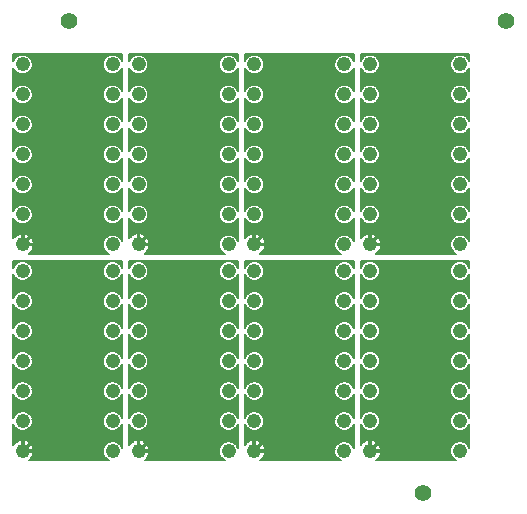
<source format=gbl>
G75*
%MOIN*%
%OFA0B0*%
%FSLAX25Y25*%
%IPPOS*%
%LPD*%
%AMOC8*
5,1,8,0,0,1.08239X$1,22.5*
%
%ADD10C,0.04800*%
%ADD11C,0.00591*%
%ADD12C,0.02362*%
%ADD13C,0.01181*%
%ADD14C,0.05600*%
D10*
X0048633Y0024937D03*
X0048633Y0034937D03*
X0048633Y0044937D03*
X0048633Y0054937D03*
X0048633Y0064937D03*
X0048633Y0074937D03*
X0048633Y0084937D03*
X0048633Y0093835D03*
X0048633Y0103835D03*
X0048633Y0113835D03*
X0048633Y0123835D03*
X0048633Y0133835D03*
X0048633Y0143835D03*
X0048633Y0153835D03*
X0078633Y0153835D03*
X0087216Y0153835D03*
X0087216Y0143835D03*
X0078633Y0143835D03*
X0078633Y0133835D03*
X0087216Y0133835D03*
X0087216Y0123835D03*
X0078633Y0123835D03*
X0078633Y0113835D03*
X0087216Y0113835D03*
X0087216Y0103835D03*
X0078633Y0103835D03*
X0078633Y0093835D03*
X0087216Y0093835D03*
X0087216Y0084937D03*
X0078633Y0084937D03*
X0078633Y0074937D03*
X0087216Y0074937D03*
X0087216Y0064937D03*
X0078633Y0064937D03*
X0078633Y0054937D03*
X0087216Y0054937D03*
X0087216Y0044937D03*
X0078633Y0044937D03*
X0078633Y0034937D03*
X0087216Y0034937D03*
X0087216Y0024937D03*
X0078633Y0024937D03*
X0117216Y0024937D03*
X0125798Y0024937D03*
X0125798Y0034937D03*
X0117216Y0034937D03*
X0117216Y0044937D03*
X0125798Y0044937D03*
X0125798Y0054937D03*
X0117216Y0054937D03*
X0117216Y0064937D03*
X0125798Y0064937D03*
X0125798Y0074937D03*
X0117216Y0074937D03*
X0117216Y0084937D03*
X0125798Y0084937D03*
X0125798Y0093835D03*
X0117216Y0093835D03*
X0117216Y0103835D03*
X0125798Y0103835D03*
X0125798Y0113835D03*
X0117216Y0113835D03*
X0117216Y0123835D03*
X0125798Y0123835D03*
X0125798Y0133835D03*
X0117216Y0133835D03*
X0117216Y0143835D03*
X0125798Y0143835D03*
X0125798Y0153835D03*
X0117216Y0153835D03*
X0155798Y0153835D03*
X0164381Y0153835D03*
X0164381Y0143835D03*
X0155798Y0143835D03*
X0155798Y0133835D03*
X0164381Y0133835D03*
X0164381Y0123835D03*
X0155798Y0123835D03*
X0155798Y0113835D03*
X0164381Y0113835D03*
X0164381Y0103835D03*
X0155798Y0103835D03*
X0155798Y0093835D03*
X0164381Y0093835D03*
X0164381Y0084937D03*
X0155798Y0084937D03*
X0155798Y0074937D03*
X0164381Y0074937D03*
X0164381Y0064937D03*
X0155798Y0064937D03*
X0155798Y0054937D03*
X0164381Y0054937D03*
X0164381Y0044937D03*
X0155798Y0044937D03*
X0155798Y0034937D03*
X0164381Y0034937D03*
X0164381Y0024937D03*
X0155798Y0024937D03*
X0194381Y0024937D03*
X0194381Y0034937D03*
X0194381Y0044937D03*
X0194381Y0054937D03*
X0194381Y0064937D03*
X0194381Y0074937D03*
X0194381Y0084937D03*
X0194381Y0093835D03*
X0194381Y0103835D03*
X0194381Y0113835D03*
X0194381Y0123835D03*
X0194381Y0133835D03*
X0194381Y0143835D03*
X0194381Y0153835D03*
D11*
X0045523Y0033860D02*
X0045523Y0026934D01*
X0045763Y0027293D01*
X0046277Y0027807D01*
X0046883Y0028212D01*
X0047555Y0028490D01*
X0048269Y0028632D01*
X0048338Y0028632D01*
X0048338Y0025232D01*
X0048928Y0025232D01*
X0052328Y0025232D01*
X0052328Y0025301D01*
X0052186Y0026015D01*
X0051908Y0026687D01*
X0051503Y0027293D01*
X0050989Y0027807D01*
X0050383Y0028212D01*
X0049711Y0028490D01*
X0048997Y0028632D01*
X0048928Y0028632D01*
X0048928Y0025232D01*
X0048928Y0024642D01*
X0052328Y0024642D01*
X0052328Y0024573D01*
X0052186Y0023859D01*
X0051908Y0023187D01*
X0051503Y0022581D01*
X0050989Y0022067D01*
X0050688Y0021866D01*
X0077460Y0021866D01*
X0076772Y0022151D01*
X0075847Y0023076D01*
X0075347Y0024283D01*
X0075347Y0025591D01*
X0075847Y0026798D01*
X0076772Y0027723D01*
X0077979Y0028223D01*
X0079287Y0028223D01*
X0080494Y0027723D01*
X0081419Y0026798D01*
X0081743Y0026014D01*
X0081743Y0033860D01*
X0081419Y0033076D01*
X0080494Y0032151D01*
X0079287Y0031651D01*
X0077979Y0031651D01*
X0076772Y0032151D01*
X0075847Y0033076D01*
X0075347Y0034283D01*
X0075347Y0035591D01*
X0075847Y0036798D01*
X0076772Y0037723D01*
X0077979Y0038223D01*
X0079287Y0038223D01*
X0080494Y0037723D01*
X0081419Y0036798D01*
X0081743Y0036014D01*
X0081743Y0043860D01*
X0081419Y0043076D01*
X0080494Y0042151D01*
X0079287Y0041651D01*
X0077979Y0041651D01*
X0076772Y0042151D01*
X0075847Y0043076D01*
X0075347Y0044283D01*
X0075347Y0045591D01*
X0075847Y0046798D01*
X0076772Y0047723D01*
X0077979Y0048223D01*
X0079287Y0048223D01*
X0080494Y0047723D01*
X0081419Y0046798D01*
X0081743Y0046014D01*
X0081743Y0053860D01*
X0081419Y0053076D01*
X0080494Y0052151D01*
X0079287Y0051651D01*
X0077979Y0051651D01*
X0076772Y0052151D01*
X0075847Y0053076D01*
X0075347Y0054283D01*
X0075347Y0055591D01*
X0075847Y0056798D01*
X0076772Y0057723D01*
X0077979Y0058223D01*
X0079287Y0058223D01*
X0080494Y0057723D01*
X0081419Y0056798D01*
X0081743Y0056014D01*
X0081743Y0063860D01*
X0081419Y0063076D01*
X0080494Y0062151D01*
X0079287Y0061651D01*
X0077979Y0061651D01*
X0076772Y0062151D01*
X0075847Y0063076D01*
X0075347Y0064283D01*
X0075347Y0065591D01*
X0075847Y0066798D01*
X0076772Y0067723D01*
X0077979Y0068223D01*
X0079287Y0068223D01*
X0080494Y0067723D01*
X0081419Y0066798D01*
X0081743Y0066014D01*
X0081743Y0073860D01*
X0081419Y0073076D01*
X0080494Y0072151D01*
X0079287Y0071651D01*
X0077979Y0071651D01*
X0076772Y0072151D01*
X0075847Y0073076D01*
X0075347Y0074283D01*
X0075347Y0075591D01*
X0075847Y0076798D01*
X0076772Y0077723D01*
X0077979Y0078223D01*
X0079287Y0078223D01*
X0080494Y0077723D01*
X0081419Y0076798D01*
X0081743Y0076014D01*
X0081743Y0083860D01*
X0081419Y0083076D01*
X0080494Y0082151D01*
X0079287Y0081651D01*
X0077979Y0081651D01*
X0076772Y0082151D01*
X0075847Y0083076D01*
X0075347Y0084283D01*
X0075347Y0085591D01*
X0075847Y0086798D01*
X0076772Y0087723D01*
X0077979Y0088223D01*
X0079287Y0088223D01*
X0080494Y0087723D01*
X0081419Y0086798D01*
X0081743Y0086014D01*
X0081743Y0088402D01*
X0045523Y0088402D01*
X0045523Y0086014D01*
X0045847Y0086798D01*
X0046772Y0087723D01*
X0047979Y0088223D01*
X0049287Y0088223D01*
X0050494Y0087723D01*
X0051419Y0086798D01*
X0051919Y0085591D01*
X0051919Y0084283D01*
X0051419Y0083076D01*
X0050494Y0082151D01*
X0049287Y0081651D01*
X0047979Y0081651D01*
X0046772Y0082151D01*
X0045847Y0083076D01*
X0045523Y0083860D01*
X0045523Y0076014D01*
X0045847Y0076798D01*
X0046772Y0077723D01*
X0047979Y0078223D01*
X0049287Y0078223D01*
X0050494Y0077723D01*
X0051419Y0076798D01*
X0051919Y0075591D01*
X0051919Y0074283D01*
X0051419Y0073076D01*
X0050494Y0072151D01*
X0049287Y0071651D01*
X0047979Y0071651D01*
X0046772Y0072151D01*
X0045847Y0073076D01*
X0045523Y0073860D01*
X0045523Y0066014D01*
X0045847Y0066798D01*
X0046772Y0067723D01*
X0047979Y0068223D01*
X0049287Y0068223D01*
X0050494Y0067723D01*
X0051419Y0066798D01*
X0051919Y0065591D01*
X0051919Y0064283D01*
X0051419Y0063076D01*
X0050494Y0062151D01*
X0049287Y0061651D01*
X0047979Y0061651D01*
X0046772Y0062151D01*
X0045847Y0063076D01*
X0045523Y0063860D01*
X0045523Y0056014D01*
X0045847Y0056798D01*
X0046772Y0057723D01*
X0047979Y0058223D01*
X0049287Y0058223D01*
X0050494Y0057723D01*
X0051419Y0056798D01*
X0051919Y0055591D01*
X0051919Y0054283D01*
X0051419Y0053076D01*
X0050494Y0052151D01*
X0049287Y0051651D01*
X0047979Y0051651D01*
X0046772Y0052151D01*
X0045847Y0053076D01*
X0045523Y0053860D01*
X0045523Y0046014D01*
X0045847Y0046798D01*
X0046772Y0047723D01*
X0047979Y0048223D01*
X0049287Y0048223D01*
X0050494Y0047723D01*
X0051419Y0046798D01*
X0051919Y0045591D01*
X0051919Y0044283D01*
X0051419Y0043076D01*
X0050494Y0042151D01*
X0049287Y0041651D01*
X0047979Y0041651D01*
X0046772Y0042151D01*
X0045847Y0043076D01*
X0045523Y0043860D01*
X0045523Y0036014D01*
X0045847Y0036798D01*
X0046772Y0037723D01*
X0047979Y0038223D01*
X0049287Y0038223D01*
X0050494Y0037723D01*
X0051419Y0036798D01*
X0051919Y0035591D01*
X0051919Y0034283D01*
X0051419Y0033076D01*
X0050494Y0032151D01*
X0049287Y0031651D01*
X0047979Y0031651D01*
X0046772Y0032151D01*
X0045847Y0033076D01*
X0045523Y0033860D01*
X0045523Y0033398D02*
X0045714Y0033398D01*
X0045523Y0032809D02*
X0046114Y0032809D01*
X0046703Y0032220D02*
X0045523Y0032220D01*
X0045523Y0031631D02*
X0081743Y0031631D01*
X0081743Y0031042D02*
X0045523Y0031042D01*
X0045523Y0030453D02*
X0081743Y0030453D01*
X0081743Y0029864D02*
X0045523Y0029864D01*
X0045523Y0029275D02*
X0081743Y0029275D01*
X0081743Y0028686D02*
X0045523Y0028686D01*
X0045523Y0028097D02*
X0046711Y0028097D01*
X0045978Y0027508D02*
X0045523Y0027508D01*
X0048338Y0027508D02*
X0048928Y0027508D01*
X0048928Y0028097D02*
X0048338Y0028097D01*
X0048338Y0026919D02*
X0048928Y0026919D01*
X0048928Y0026330D02*
X0048338Y0026330D01*
X0048338Y0025741D02*
X0048928Y0025741D01*
X0048928Y0025152D02*
X0075347Y0025152D01*
X0075347Y0024562D02*
X0052326Y0024562D01*
X0052209Y0023973D02*
X0075476Y0023973D01*
X0075720Y0023384D02*
X0051990Y0023384D01*
X0051646Y0022795D02*
X0076128Y0022795D01*
X0076717Y0022206D02*
X0051128Y0022206D01*
X0052241Y0025741D02*
X0075409Y0025741D01*
X0075653Y0026330D02*
X0052056Y0026330D01*
X0051753Y0026919D02*
X0075968Y0026919D01*
X0076557Y0027508D02*
X0051288Y0027508D01*
X0050555Y0028097D02*
X0077675Y0028097D01*
X0079591Y0028097D02*
X0081743Y0028097D01*
X0081743Y0027508D02*
X0080709Y0027508D01*
X0081298Y0026919D02*
X0081743Y0026919D01*
X0081743Y0026330D02*
X0081613Y0026330D01*
X0084105Y0026934D02*
X0084105Y0033860D01*
X0084430Y0033076D01*
X0085354Y0032151D01*
X0086562Y0031651D01*
X0087869Y0031651D01*
X0089077Y0032151D01*
X0090001Y0033076D01*
X0090502Y0034283D01*
X0090502Y0035591D01*
X0090001Y0036798D01*
X0089077Y0037723D01*
X0087869Y0038223D01*
X0086562Y0038223D01*
X0085354Y0037723D01*
X0084430Y0036798D01*
X0084105Y0036014D01*
X0084105Y0043860D01*
X0084430Y0043076D01*
X0085354Y0042151D01*
X0086562Y0041651D01*
X0087869Y0041651D01*
X0089077Y0042151D01*
X0090001Y0043076D01*
X0090502Y0044283D01*
X0090502Y0045591D01*
X0090001Y0046798D01*
X0089077Y0047723D01*
X0087869Y0048223D01*
X0086562Y0048223D01*
X0085354Y0047723D01*
X0084430Y0046798D01*
X0084105Y0046014D01*
X0084105Y0053860D01*
X0084430Y0053076D01*
X0085354Y0052151D01*
X0086562Y0051651D01*
X0087869Y0051651D01*
X0089077Y0052151D01*
X0090001Y0053076D01*
X0090502Y0054283D01*
X0090502Y0055591D01*
X0090001Y0056798D01*
X0089077Y0057723D01*
X0087869Y0058223D01*
X0086562Y0058223D01*
X0085354Y0057723D01*
X0084430Y0056798D01*
X0084105Y0056014D01*
X0084105Y0063860D01*
X0084430Y0063076D01*
X0085354Y0062151D01*
X0086562Y0061651D01*
X0087869Y0061651D01*
X0089077Y0062151D01*
X0090001Y0063076D01*
X0090502Y0064283D01*
X0090502Y0065591D01*
X0090001Y0066798D01*
X0089077Y0067723D01*
X0087869Y0068223D01*
X0086562Y0068223D01*
X0085354Y0067723D01*
X0084430Y0066798D01*
X0084105Y0066014D01*
X0084105Y0073860D01*
X0084430Y0073076D01*
X0085354Y0072151D01*
X0086562Y0071651D01*
X0087869Y0071651D01*
X0089077Y0072151D01*
X0090001Y0073076D01*
X0090502Y0074283D01*
X0090502Y0075591D01*
X0090001Y0076798D01*
X0089077Y0077723D01*
X0087869Y0078223D01*
X0086562Y0078223D01*
X0085354Y0077723D01*
X0084430Y0076798D01*
X0084105Y0076014D01*
X0084105Y0083860D01*
X0084430Y0083076D01*
X0085354Y0082151D01*
X0086562Y0081651D01*
X0087869Y0081651D01*
X0089077Y0082151D01*
X0090001Y0083076D01*
X0090502Y0084283D01*
X0090502Y0085591D01*
X0090001Y0086798D01*
X0089077Y0087723D01*
X0087869Y0088223D01*
X0086562Y0088223D01*
X0085354Y0087723D01*
X0084430Y0086798D01*
X0084105Y0086014D01*
X0084105Y0088402D01*
X0120326Y0088402D01*
X0120326Y0086014D01*
X0120001Y0086798D01*
X0119077Y0087723D01*
X0117869Y0088223D01*
X0116562Y0088223D01*
X0115354Y0087723D01*
X0114430Y0086798D01*
X0113930Y0085591D01*
X0113930Y0084283D01*
X0114430Y0083076D01*
X0115354Y0082151D01*
X0116562Y0081651D01*
X0117869Y0081651D01*
X0119077Y0082151D01*
X0120001Y0083076D01*
X0120326Y0083860D01*
X0120326Y0076014D01*
X0120001Y0076798D01*
X0119077Y0077723D01*
X0117869Y0078223D01*
X0116562Y0078223D01*
X0115354Y0077723D01*
X0114430Y0076798D01*
X0113930Y0075591D01*
X0113930Y0074283D01*
X0114430Y0073076D01*
X0115354Y0072151D01*
X0116562Y0071651D01*
X0117869Y0071651D01*
X0119077Y0072151D01*
X0120001Y0073076D01*
X0120326Y0073860D01*
X0120326Y0066014D01*
X0120001Y0066798D01*
X0119077Y0067723D01*
X0117869Y0068223D01*
X0116562Y0068223D01*
X0115354Y0067723D01*
X0114430Y0066798D01*
X0113930Y0065591D01*
X0113930Y0064283D01*
X0114430Y0063076D01*
X0115354Y0062151D01*
X0116562Y0061651D01*
X0117869Y0061651D01*
X0119077Y0062151D01*
X0120001Y0063076D01*
X0120326Y0063860D01*
X0120326Y0056014D01*
X0120001Y0056798D01*
X0119077Y0057723D01*
X0117869Y0058223D01*
X0116562Y0058223D01*
X0115354Y0057723D01*
X0114430Y0056798D01*
X0113930Y0055591D01*
X0113930Y0054283D01*
X0114430Y0053076D01*
X0115354Y0052151D01*
X0116562Y0051651D01*
X0117869Y0051651D01*
X0119077Y0052151D01*
X0120001Y0053076D01*
X0120326Y0053860D01*
X0120326Y0046014D01*
X0120001Y0046798D01*
X0119077Y0047723D01*
X0117869Y0048223D01*
X0116562Y0048223D01*
X0115354Y0047723D01*
X0114430Y0046798D01*
X0113930Y0045591D01*
X0113930Y0044283D01*
X0114430Y0043076D01*
X0115354Y0042151D01*
X0116562Y0041651D01*
X0117869Y0041651D01*
X0119077Y0042151D01*
X0120001Y0043076D01*
X0120326Y0043860D01*
X0120326Y0036014D01*
X0120001Y0036798D01*
X0119077Y0037723D01*
X0117869Y0038223D01*
X0116562Y0038223D01*
X0115354Y0037723D01*
X0114430Y0036798D01*
X0113930Y0035591D01*
X0113930Y0034283D01*
X0114430Y0033076D01*
X0115354Y0032151D01*
X0116562Y0031651D01*
X0117869Y0031651D01*
X0119077Y0032151D01*
X0120001Y0033076D01*
X0120326Y0033860D01*
X0120326Y0026014D01*
X0120001Y0026798D01*
X0119077Y0027723D01*
X0117869Y0028223D01*
X0116562Y0028223D01*
X0115354Y0027723D01*
X0114430Y0026798D01*
X0113930Y0025591D01*
X0113930Y0024283D01*
X0114430Y0023076D01*
X0115354Y0022151D01*
X0116043Y0021866D01*
X0089271Y0021866D01*
X0089571Y0022067D01*
X0090086Y0022581D01*
X0090490Y0023187D01*
X0090769Y0023859D01*
X0090911Y0024573D01*
X0090911Y0024642D01*
X0087511Y0024642D01*
X0087511Y0025232D01*
X0090911Y0025232D01*
X0090911Y0025301D01*
X0090769Y0026015D01*
X0090490Y0026687D01*
X0090086Y0027293D01*
X0089571Y0027807D01*
X0088966Y0028212D01*
X0088294Y0028490D01*
X0087580Y0028632D01*
X0087511Y0028632D01*
X0087511Y0025232D01*
X0086920Y0025232D01*
X0086920Y0028632D01*
X0086852Y0028632D01*
X0086138Y0028490D01*
X0085465Y0028212D01*
X0084860Y0027807D01*
X0084345Y0027293D01*
X0084105Y0026934D01*
X0084105Y0027508D02*
X0084561Y0027508D01*
X0084105Y0028097D02*
X0085293Y0028097D01*
X0084105Y0028686D02*
X0120326Y0028686D01*
X0120326Y0029275D02*
X0084105Y0029275D01*
X0084105Y0029864D02*
X0120326Y0029864D01*
X0120326Y0030453D02*
X0084105Y0030453D01*
X0084105Y0031042D02*
X0120326Y0031042D01*
X0120326Y0031631D02*
X0084105Y0031631D01*
X0084105Y0032220D02*
X0085286Y0032220D01*
X0084696Y0032809D02*
X0084105Y0032809D01*
X0084105Y0033398D02*
X0084296Y0033398D01*
X0081743Y0033398D02*
X0081552Y0033398D01*
X0081743Y0032809D02*
X0081152Y0032809D01*
X0080563Y0032220D02*
X0081743Y0032220D01*
X0076703Y0032220D02*
X0050563Y0032220D01*
X0051152Y0032809D02*
X0076114Y0032809D01*
X0075714Y0033398D02*
X0051552Y0033398D01*
X0051796Y0033988D02*
X0075470Y0033988D01*
X0075347Y0034577D02*
X0051919Y0034577D01*
X0051919Y0035166D02*
X0075347Y0035166D01*
X0075415Y0035755D02*
X0051851Y0035755D01*
X0051607Y0036344D02*
X0075659Y0036344D01*
X0075982Y0036933D02*
X0051284Y0036933D01*
X0050695Y0037522D02*
X0076571Y0037522D01*
X0077709Y0038111D02*
X0049557Y0038111D01*
X0047709Y0038111D02*
X0045523Y0038111D01*
X0045523Y0038700D02*
X0081743Y0038700D01*
X0081743Y0039289D02*
X0045523Y0039289D01*
X0045523Y0039878D02*
X0081743Y0039878D01*
X0081743Y0040467D02*
X0045523Y0040467D01*
X0045523Y0041056D02*
X0081743Y0041056D01*
X0081743Y0041645D02*
X0045523Y0041645D01*
X0045523Y0042234D02*
X0046689Y0042234D01*
X0046100Y0042823D02*
X0045523Y0042823D01*
X0045523Y0043412D02*
X0045708Y0043412D01*
X0045665Y0046358D02*
X0045523Y0046358D01*
X0045523Y0046947D02*
X0045996Y0046947D01*
X0045523Y0047536D02*
X0046585Y0047536D01*
X0045523Y0048125D02*
X0047743Y0048125D01*
X0049523Y0048125D02*
X0077743Y0048125D01*
X0076585Y0047536D02*
X0050681Y0047536D01*
X0051270Y0046947D02*
X0075996Y0046947D01*
X0075665Y0046358D02*
X0051601Y0046358D01*
X0051845Y0045769D02*
X0075421Y0045769D01*
X0075347Y0045180D02*
X0051919Y0045180D01*
X0051919Y0044591D02*
X0075347Y0044591D01*
X0075464Y0044002D02*
X0051802Y0044002D01*
X0051558Y0043412D02*
X0075708Y0043412D01*
X0076100Y0042823D02*
X0051166Y0042823D01*
X0050577Y0042234D02*
X0076689Y0042234D01*
X0080577Y0042234D02*
X0081743Y0042234D01*
X0081743Y0042823D02*
X0081166Y0042823D01*
X0081558Y0043412D02*
X0081743Y0043412D01*
X0084105Y0043412D02*
X0084291Y0043412D01*
X0084105Y0042823D02*
X0084682Y0042823D01*
X0084105Y0042234D02*
X0085271Y0042234D01*
X0084105Y0041645D02*
X0120326Y0041645D01*
X0120326Y0041056D02*
X0084105Y0041056D01*
X0084105Y0040467D02*
X0120326Y0040467D01*
X0120326Y0039878D02*
X0084105Y0039878D01*
X0084105Y0039289D02*
X0120326Y0039289D01*
X0120326Y0038700D02*
X0084105Y0038700D01*
X0084105Y0038111D02*
X0086292Y0038111D01*
X0085154Y0037522D02*
X0084105Y0037522D01*
X0084105Y0036933D02*
X0084565Y0036933D01*
X0084242Y0036344D02*
X0084105Y0036344D01*
X0081743Y0036344D02*
X0081607Y0036344D01*
X0081743Y0036933D02*
X0081284Y0036933D01*
X0081743Y0037522D02*
X0080695Y0037522D01*
X0081743Y0038111D02*
X0079557Y0038111D01*
X0081601Y0046358D02*
X0081743Y0046358D01*
X0081743Y0046947D02*
X0081270Y0046947D01*
X0081743Y0047536D02*
X0080681Y0047536D01*
X0081743Y0048125D02*
X0079523Y0048125D01*
X0081743Y0048714D02*
X0045523Y0048714D01*
X0045523Y0049303D02*
X0081743Y0049303D01*
X0081743Y0049892D02*
X0045523Y0049892D01*
X0045523Y0050481D02*
X0081743Y0050481D01*
X0081743Y0051070D02*
X0045523Y0051070D01*
X0045523Y0051659D02*
X0047960Y0051659D01*
X0049306Y0051659D02*
X0077960Y0051659D01*
X0079306Y0051659D02*
X0081743Y0051659D01*
X0081743Y0052248D02*
X0080591Y0052248D01*
X0081180Y0052837D02*
X0081743Y0052837D01*
X0081743Y0053427D02*
X0081564Y0053427D01*
X0084105Y0053427D02*
X0084285Y0053427D01*
X0084105Y0052837D02*
X0084668Y0052837D01*
X0084105Y0052248D02*
X0085257Y0052248D01*
X0084105Y0051659D02*
X0086542Y0051659D01*
X0087889Y0051659D02*
X0116542Y0051659D01*
X0117889Y0051659D02*
X0120326Y0051659D01*
X0120326Y0051070D02*
X0084105Y0051070D01*
X0084105Y0050481D02*
X0120326Y0050481D01*
X0120326Y0049892D02*
X0084105Y0049892D01*
X0084105Y0049303D02*
X0120326Y0049303D01*
X0120326Y0048714D02*
X0084105Y0048714D01*
X0084105Y0048125D02*
X0086326Y0048125D01*
X0085168Y0047536D02*
X0084105Y0047536D01*
X0084105Y0046947D02*
X0084579Y0046947D01*
X0084248Y0046358D02*
X0084105Y0046358D01*
X0088105Y0048125D02*
X0116326Y0048125D01*
X0115168Y0047536D02*
X0089264Y0047536D01*
X0089853Y0046947D02*
X0114579Y0046947D01*
X0114248Y0046358D02*
X0090184Y0046358D01*
X0090428Y0045769D02*
X0114004Y0045769D01*
X0113930Y0045180D02*
X0090502Y0045180D01*
X0090502Y0044591D02*
X0113930Y0044591D01*
X0114047Y0044002D02*
X0090385Y0044002D01*
X0090141Y0043412D02*
X0114291Y0043412D01*
X0114682Y0042823D02*
X0089749Y0042823D01*
X0089160Y0042234D02*
X0115271Y0042234D01*
X0119160Y0042234D02*
X0120326Y0042234D01*
X0120326Y0042823D02*
X0119749Y0042823D01*
X0120141Y0043412D02*
X0120326Y0043412D01*
X0122688Y0043412D02*
X0122873Y0043412D01*
X0123013Y0043076D02*
X0123937Y0042151D01*
X0125145Y0041651D01*
X0126452Y0041651D01*
X0127660Y0042151D01*
X0128584Y0043076D01*
X0129084Y0044283D01*
X0129084Y0045591D01*
X0128584Y0046798D01*
X0127660Y0047723D01*
X0126452Y0048223D01*
X0125145Y0048223D01*
X0123937Y0047723D01*
X0123013Y0046798D01*
X0122688Y0046014D01*
X0122688Y0053860D01*
X0123013Y0053076D01*
X0123937Y0052151D01*
X0125145Y0051651D01*
X0126452Y0051651D01*
X0127660Y0052151D01*
X0128584Y0053076D01*
X0129084Y0054283D01*
X0129084Y0055591D01*
X0128584Y0056798D01*
X0127660Y0057723D01*
X0126452Y0058223D01*
X0125145Y0058223D01*
X0123937Y0057723D01*
X0123013Y0056798D01*
X0122688Y0056014D01*
X0122688Y0063860D01*
X0123013Y0063076D01*
X0123937Y0062151D01*
X0125145Y0061651D01*
X0126452Y0061651D01*
X0127660Y0062151D01*
X0128584Y0063076D01*
X0129084Y0064283D01*
X0129084Y0065591D01*
X0128584Y0066798D01*
X0127660Y0067723D01*
X0126452Y0068223D01*
X0125145Y0068223D01*
X0123937Y0067723D01*
X0123013Y0066798D01*
X0122688Y0066014D01*
X0122688Y0073860D01*
X0123013Y0073076D01*
X0123937Y0072151D01*
X0125145Y0071651D01*
X0126452Y0071651D01*
X0127660Y0072151D01*
X0128584Y0073076D01*
X0129084Y0074283D01*
X0129084Y0075591D01*
X0128584Y0076798D01*
X0127660Y0077723D01*
X0126452Y0078223D01*
X0125145Y0078223D01*
X0123937Y0077723D01*
X0123013Y0076798D01*
X0122688Y0076014D01*
X0122688Y0083860D01*
X0123013Y0083076D01*
X0123937Y0082151D01*
X0125145Y0081651D01*
X0126452Y0081651D01*
X0127660Y0082151D01*
X0128584Y0083076D01*
X0129084Y0084283D01*
X0129084Y0085591D01*
X0128584Y0086798D01*
X0127660Y0087723D01*
X0126452Y0088223D01*
X0125145Y0088223D01*
X0123937Y0087723D01*
X0123013Y0086798D01*
X0122688Y0086014D01*
X0122688Y0088402D01*
X0158909Y0088402D01*
X0158909Y0086014D01*
X0158584Y0086798D01*
X0157660Y0087723D01*
X0156452Y0088223D01*
X0155145Y0088223D01*
X0153937Y0087723D01*
X0153013Y0086798D01*
X0152513Y0085591D01*
X0152513Y0084283D01*
X0153013Y0083076D01*
X0153937Y0082151D01*
X0155145Y0081651D01*
X0156452Y0081651D01*
X0157660Y0082151D01*
X0158584Y0083076D01*
X0158909Y0083860D01*
X0158909Y0076014D01*
X0158584Y0076798D01*
X0157660Y0077723D01*
X0156452Y0078223D01*
X0155145Y0078223D01*
X0153937Y0077723D01*
X0153013Y0076798D01*
X0152513Y0075591D01*
X0152513Y0074283D01*
X0153013Y0073076D01*
X0153937Y0072151D01*
X0155145Y0071651D01*
X0156452Y0071651D01*
X0157660Y0072151D01*
X0158584Y0073076D01*
X0158909Y0073860D01*
X0158909Y0066014D01*
X0158584Y0066798D01*
X0157660Y0067723D01*
X0156452Y0068223D01*
X0155145Y0068223D01*
X0153937Y0067723D01*
X0153013Y0066798D01*
X0152513Y0065591D01*
X0152513Y0064283D01*
X0153013Y0063076D01*
X0153937Y0062151D01*
X0155145Y0061651D01*
X0156452Y0061651D01*
X0157660Y0062151D01*
X0158584Y0063076D01*
X0158909Y0063860D01*
X0158909Y0056014D01*
X0158584Y0056798D01*
X0157660Y0057723D01*
X0156452Y0058223D01*
X0155145Y0058223D01*
X0153937Y0057723D01*
X0153013Y0056798D01*
X0152513Y0055591D01*
X0152513Y0054283D01*
X0153013Y0053076D01*
X0153937Y0052151D01*
X0155145Y0051651D01*
X0156452Y0051651D01*
X0157660Y0052151D01*
X0158584Y0053076D01*
X0158909Y0053860D01*
X0158909Y0046014D01*
X0158584Y0046798D01*
X0157660Y0047723D01*
X0156452Y0048223D01*
X0155145Y0048223D01*
X0153937Y0047723D01*
X0153013Y0046798D01*
X0152513Y0045591D01*
X0152513Y0044283D01*
X0153013Y0043076D01*
X0153937Y0042151D01*
X0155145Y0041651D01*
X0156452Y0041651D01*
X0157660Y0042151D01*
X0158584Y0043076D01*
X0158909Y0043860D01*
X0158909Y0036014D01*
X0158584Y0036798D01*
X0157660Y0037723D01*
X0156452Y0038223D01*
X0155145Y0038223D01*
X0153937Y0037723D01*
X0153013Y0036798D01*
X0152513Y0035591D01*
X0152513Y0034283D01*
X0153013Y0033076D01*
X0153937Y0032151D01*
X0155145Y0031651D01*
X0156452Y0031651D01*
X0157660Y0032151D01*
X0158584Y0033076D01*
X0158909Y0033860D01*
X0158909Y0026014D01*
X0158584Y0026798D01*
X0157660Y0027723D01*
X0156452Y0028223D01*
X0155145Y0028223D01*
X0153937Y0027723D01*
X0153013Y0026798D01*
X0152513Y0025591D01*
X0152513Y0024283D01*
X0153013Y0023076D01*
X0153937Y0022151D01*
X0154626Y0021866D01*
X0127854Y0021866D01*
X0128154Y0022067D01*
X0128669Y0022581D01*
X0129073Y0023187D01*
X0129352Y0023859D01*
X0129494Y0024573D01*
X0129494Y0024642D01*
X0126094Y0024642D01*
X0126094Y0025232D01*
X0129494Y0025232D01*
X0129494Y0025301D01*
X0129352Y0026015D01*
X0129073Y0026687D01*
X0128669Y0027293D01*
X0128154Y0027807D01*
X0127549Y0028212D01*
X0126876Y0028490D01*
X0126162Y0028632D01*
X0126094Y0028632D01*
X0126094Y0025232D01*
X0125503Y0025232D01*
X0125503Y0028632D01*
X0125434Y0028632D01*
X0124720Y0028490D01*
X0124048Y0028212D01*
X0123443Y0027807D01*
X0122928Y0027293D01*
X0122688Y0026934D01*
X0122688Y0033860D01*
X0123013Y0033076D01*
X0123937Y0032151D01*
X0125145Y0031651D01*
X0126452Y0031651D01*
X0127660Y0032151D01*
X0128584Y0033076D01*
X0129084Y0034283D01*
X0129084Y0035591D01*
X0128584Y0036798D01*
X0127660Y0037723D01*
X0126452Y0038223D01*
X0125145Y0038223D01*
X0123937Y0037723D01*
X0123013Y0036798D01*
X0122688Y0036014D01*
X0122688Y0043860D01*
X0123013Y0043076D01*
X0123265Y0042823D02*
X0122688Y0042823D01*
X0122688Y0042234D02*
X0123854Y0042234D01*
X0122688Y0041645D02*
X0158909Y0041645D01*
X0158909Y0041056D02*
X0122688Y0041056D01*
X0122688Y0040467D02*
X0158909Y0040467D01*
X0158909Y0039878D02*
X0122688Y0039878D01*
X0122688Y0039289D02*
X0158909Y0039289D01*
X0158909Y0038700D02*
X0122688Y0038700D01*
X0122688Y0038111D02*
X0124875Y0038111D01*
X0123736Y0037522D02*
X0122688Y0037522D01*
X0122688Y0036933D02*
X0123147Y0036933D01*
X0122825Y0036344D02*
X0122688Y0036344D01*
X0120326Y0036344D02*
X0120190Y0036344D01*
X0120326Y0036933D02*
X0119867Y0036933D01*
X0120326Y0037522D02*
X0119278Y0037522D01*
X0120326Y0038111D02*
X0118139Y0038111D01*
X0116292Y0038111D02*
X0088139Y0038111D01*
X0089278Y0037522D02*
X0115154Y0037522D01*
X0114565Y0036933D02*
X0089867Y0036933D01*
X0090190Y0036344D02*
X0114242Y0036344D01*
X0113998Y0035755D02*
X0090434Y0035755D01*
X0090502Y0035166D02*
X0113930Y0035166D01*
X0113930Y0034577D02*
X0090502Y0034577D01*
X0090379Y0033988D02*
X0114052Y0033988D01*
X0114296Y0033398D02*
X0090135Y0033398D01*
X0089735Y0032809D02*
X0114696Y0032809D01*
X0115286Y0032220D02*
X0089146Y0032220D01*
X0089138Y0028097D02*
X0116258Y0028097D01*
X0115140Y0027508D02*
X0089871Y0027508D01*
X0090336Y0026919D02*
X0114551Y0026919D01*
X0114236Y0026330D02*
X0090639Y0026330D01*
X0090823Y0025741D02*
X0113992Y0025741D01*
X0113930Y0025152D02*
X0087511Y0025152D01*
X0087511Y0025741D02*
X0086920Y0025741D01*
X0086920Y0026330D02*
X0087511Y0026330D01*
X0087511Y0026919D02*
X0086920Y0026919D01*
X0086920Y0027508D02*
X0087511Y0027508D01*
X0087511Y0028097D02*
X0086920Y0028097D01*
X0090909Y0024562D02*
X0113930Y0024562D01*
X0114058Y0023973D02*
X0090792Y0023973D01*
X0090572Y0023384D02*
X0114302Y0023384D01*
X0114711Y0022795D02*
X0090229Y0022795D01*
X0089711Y0022206D02*
X0115300Y0022206D01*
X0120195Y0026330D02*
X0120326Y0026330D01*
X0120326Y0026919D02*
X0119881Y0026919D01*
X0120326Y0027508D02*
X0119292Y0027508D01*
X0120326Y0028097D02*
X0118173Y0028097D01*
X0119146Y0032220D02*
X0120326Y0032220D01*
X0120326Y0032809D02*
X0119735Y0032809D01*
X0120135Y0033398D02*
X0120326Y0033398D01*
X0122688Y0033398D02*
X0122879Y0033398D01*
X0122688Y0032809D02*
X0123279Y0032809D01*
X0123868Y0032220D02*
X0122688Y0032220D01*
X0122688Y0031631D02*
X0158909Y0031631D01*
X0158909Y0031042D02*
X0122688Y0031042D01*
X0122688Y0030453D02*
X0158909Y0030453D01*
X0158909Y0029864D02*
X0122688Y0029864D01*
X0122688Y0029275D02*
X0158909Y0029275D01*
X0158909Y0028686D02*
X0122688Y0028686D01*
X0122688Y0028097D02*
X0123876Y0028097D01*
X0123143Y0027508D02*
X0122688Y0027508D01*
X0125503Y0027508D02*
X0126094Y0027508D01*
X0126094Y0028097D02*
X0125503Y0028097D01*
X0125503Y0026919D02*
X0126094Y0026919D01*
X0126094Y0026330D02*
X0125503Y0026330D01*
X0125503Y0025741D02*
X0126094Y0025741D01*
X0126094Y0025152D02*
X0152513Y0025152D01*
X0152513Y0024562D02*
X0129492Y0024562D01*
X0129374Y0023973D02*
X0152641Y0023973D01*
X0152885Y0023384D02*
X0129155Y0023384D01*
X0128812Y0022795D02*
X0153293Y0022795D01*
X0153882Y0022206D02*
X0128294Y0022206D01*
X0129406Y0025741D02*
X0152575Y0025741D01*
X0152819Y0026330D02*
X0129221Y0026330D01*
X0128918Y0026919D02*
X0153133Y0026919D01*
X0153722Y0027508D02*
X0128453Y0027508D01*
X0127721Y0028097D02*
X0154841Y0028097D01*
X0156756Y0028097D02*
X0158909Y0028097D01*
X0158909Y0027508D02*
X0157874Y0027508D01*
X0158463Y0026919D02*
X0158909Y0026919D01*
X0158909Y0026330D02*
X0158778Y0026330D01*
X0161271Y0026934D02*
X0161271Y0033860D01*
X0161595Y0033076D01*
X0162520Y0032151D01*
X0163727Y0031651D01*
X0165035Y0031651D01*
X0166242Y0032151D01*
X0167167Y0033076D01*
X0167667Y0034283D01*
X0167667Y0035591D01*
X0167167Y0036798D01*
X0166242Y0037723D01*
X0165035Y0038223D01*
X0163727Y0038223D01*
X0162520Y0037723D01*
X0161595Y0036798D01*
X0161271Y0036014D01*
X0161271Y0043860D01*
X0161595Y0043076D01*
X0162520Y0042151D01*
X0163727Y0041651D01*
X0165035Y0041651D01*
X0166242Y0042151D01*
X0167167Y0043076D01*
X0167667Y0044283D01*
X0167667Y0045591D01*
X0167167Y0046798D01*
X0166242Y0047723D01*
X0165035Y0048223D01*
X0163727Y0048223D01*
X0162520Y0047723D01*
X0161595Y0046798D01*
X0161271Y0046014D01*
X0161271Y0053860D01*
X0161595Y0053076D01*
X0162520Y0052151D01*
X0163727Y0051651D01*
X0165035Y0051651D01*
X0166242Y0052151D01*
X0167167Y0053076D01*
X0167667Y0054283D01*
X0167667Y0055591D01*
X0167167Y0056798D01*
X0166242Y0057723D01*
X0165035Y0058223D01*
X0163727Y0058223D01*
X0162520Y0057723D01*
X0161595Y0056798D01*
X0161271Y0056014D01*
X0161271Y0063860D01*
X0161595Y0063076D01*
X0162520Y0062151D01*
X0163727Y0061651D01*
X0165035Y0061651D01*
X0166242Y0062151D01*
X0167167Y0063076D01*
X0167667Y0064283D01*
X0167667Y0065591D01*
X0167167Y0066798D01*
X0166242Y0067723D01*
X0165035Y0068223D01*
X0163727Y0068223D01*
X0162520Y0067723D01*
X0161595Y0066798D01*
X0161271Y0066014D01*
X0161271Y0073860D01*
X0161595Y0073076D01*
X0162520Y0072151D01*
X0163727Y0071651D01*
X0165035Y0071651D01*
X0166242Y0072151D01*
X0167167Y0073076D01*
X0167667Y0074283D01*
X0167667Y0075591D01*
X0167167Y0076798D01*
X0166242Y0077723D01*
X0165035Y0078223D01*
X0163727Y0078223D01*
X0162520Y0077723D01*
X0161595Y0076798D01*
X0161271Y0076014D01*
X0161271Y0083860D01*
X0161595Y0083076D01*
X0162520Y0082151D01*
X0163727Y0081651D01*
X0165035Y0081651D01*
X0166242Y0082151D01*
X0167167Y0083076D01*
X0167667Y0084283D01*
X0167667Y0085591D01*
X0167167Y0086798D01*
X0166242Y0087723D01*
X0165035Y0088223D01*
X0163727Y0088223D01*
X0162520Y0087723D01*
X0161595Y0086798D01*
X0161271Y0086014D01*
X0161271Y0088402D01*
X0197491Y0088402D01*
X0197491Y0086014D01*
X0197167Y0086798D01*
X0196242Y0087723D01*
X0195035Y0088223D01*
X0193727Y0088223D01*
X0192520Y0087723D01*
X0191595Y0086798D01*
X0191095Y0085591D01*
X0191095Y0084283D01*
X0191595Y0083076D01*
X0192520Y0082151D01*
X0193727Y0081651D01*
X0195035Y0081651D01*
X0196242Y0082151D01*
X0197167Y0083076D01*
X0197491Y0083860D01*
X0197491Y0076014D01*
X0197167Y0076798D01*
X0196242Y0077723D01*
X0195035Y0078223D01*
X0193727Y0078223D01*
X0192520Y0077723D01*
X0191595Y0076798D01*
X0191095Y0075591D01*
X0191095Y0074283D01*
X0191595Y0073076D01*
X0192520Y0072151D01*
X0193727Y0071651D01*
X0195035Y0071651D01*
X0196242Y0072151D01*
X0197167Y0073076D01*
X0197491Y0073860D01*
X0197491Y0066014D01*
X0197167Y0066798D01*
X0196242Y0067723D01*
X0195035Y0068223D01*
X0193727Y0068223D01*
X0192520Y0067723D01*
X0191595Y0066798D01*
X0191095Y0065591D01*
X0191095Y0064283D01*
X0191595Y0063076D01*
X0192520Y0062151D01*
X0193727Y0061651D01*
X0195035Y0061651D01*
X0196242Y0062151D01*
X0197167Y0063076D01*
X0197491Y0063860D01*
X0197491Y0056014D01*
X0197167Y0056798D01*
X0196242Y0057723D01*
X0195035Y0058223D01*
X0193727Y0058223D01*
X0192520Y0057723D01*
X0191595Y0056798D01*
X0191095Y0055591D01*
X0191095Y0054283D01*
X0191595Y0053076D01*
X0192520Y0052151D01*
X0193727Y0051651D01*
X0195035Y0051651D01*
X0196242Y0052151D01*
X0197167Y0053076D01*
X0197491Y0053860D01*
X0197491Y0046014D01*
X0197167Y0046798D01*
X0196242Y0047723D01*
X0195035Y0048223D01*
X0193727Y0048223D01*
X0192520Y0047723D01*
X0191595Y0046798D01*
X0191095Y0045591D01*
X0191095Y0044283D01*
X0191595Y0043076D01*
X0192520Y0042151D01*
X0193727Y0041651D01*
X0195035Y0041651D01*
X0196242Y0042151D01*
X0197167Y0043076D01*
X0197491Y0043860D01*
X0197491Y0036014D01*
X0197167Y0036798D01*
X0196242Y0037723D01*
X0195035Y0038223D01*
X0193727Y0038223D01*
X0192520Y0037723D01*
X0191595Y0036798D01*
X0191095Y0035591D01*
X0191095Y0034283D01*
X0191595Y0033076D01*
X0192520Y0032151D01*
X0193727Y0031651D01*
X0195035Y0031651D01*
X0196242Y0032151D01*
X0197167Y0033076D01*
X0197491Y0033860D01*
X0197491Y0026014D01*
X0197167Y0026798D01*
X0196242Y0027723D01*
X0195035Y0028223D01*
X0193727Y0028223D01*
X0192520Y0027723D01*
X0191595Y0026798D01*
X0191095Y0025591D01*
X0191095Y0024283D01*
X0191595Y0023076D01*
X0192520Y0022151D01*
X0193209Y0021866D01*
X0166436Y0021866D01*
X0166737Y0022067D01*
X0167251Y0022581D01*
X0167656Y0023187D01*
X0167934Y0023859D01*
X0168076Y0024573D01*
X0168076Y0024642D01*
X0164676Y0024642D01*
X0164676Y0025232D01*
X0168076Y0025232D01*
X0168076Y0025301D01*
X0167934Y0026015D01*
X0167656Y0026687D01*
X0167251Y0027293D01*
X0166737Y0027807D01*
X0166131Y0028212D01*
X0165459Y0028490D01*
X0164745Y0028632D01*
X0164676Y0028632D01*
X0164676Y0025232D01*
X0164086Y0025232D01*
X0164086Y0028632D01*
X0164017Y0028632D01*
X0163303Y0028490D01*
X0162631Y0028212D01*
X0162025Y0027807D01*
X0161511Y0027293D01*
X0161271Y0026934D01*
X0161271Y0027508D02*
X0161726Y0027508D01*
X0161271Y0028097D02*
X0162459Y0028097D01*
X0161271Y0028686D02*
X0197491Y0028686D01*
X0197491Y0029275D02*
X0161271Y0029275D01*
X0161271Y0029864D02*
X0197491Y0029864D01*
X0197491Y0030453D02*
X0161271Y0030453D01*
X0161271Y0031042D02*
X0197491Y0031042D01*
X0197491Y0031631D02*
X0161271Y0031631D01*
X0161271Y0032220D02*
X0162451Y0032220D01*
X0161862Y0032809D02*
X0161271Y0032809D01*
X0161271Y0033398D02*
X0161462Y0033398D01*
X0158909Y0033398D02*
X0158718Y0033398D01*
X0158909Y0032809D02*
X0158318Y0032809D01*
X0157729Y0032220D02*
X0158909Y0032220D01*
X0153868Y0032220D02*
X0127729Y0032220D01*
X0128318Y0032809D02*
X0153279Y0032809D01*
X0152879Y0033398D02*
X0128718Y0033398D01*
X0128962Y0033988D02*
X0152635Y0033988D01*
X0152513Y0034577D02*
X0129084Y0034577D01*
X0129084Y0035166D02*
X0152513Y0035166D01*
X0152581Y0035755D02*
X0129016Y0035755D01*
X0128772Y0036344D02*
X0152825Y0036344D01*
X0153147Y0036933D02*
X0128449Y0036933D01*
X0127860Y0037522D02*
X0153736Y0037522D01*
X0154875Y0038111D02*
X0126722Y0038111D01*
X0127743Y0042234D02*
X0153854Y0042234D01*
X0153265Y0042823D02*
X0128332Y0042823D01*
X0128723Y0043412D02*
X0152873Y0043412D01*
X0152629Y0044002D02*
X0128967Y0044002D01*
X0129084Y0044591D02*
X0152513Y0044591D01*
X0152513Y0045180D02*
X0129084Y0045180D01*
X0129010Y0045769D02*
X0152586Y0045769D01*
X0152830Y0046358D02*
X0128766Y0046358D01*
X0128435Y0046947D02*
X0153161Y0046947D01*
X0153750Y0047536D02*
X0127846Y0047536D01*
X0126688Y0048125D02*
X0154909Y0048125D01*
X0156688Y0048125D02*
X0158909Y0048125D01*
X0158909Y0047536D02*
X0157846Y0047536D01*
X0158435Y0046947D02*
X0158909Y0046947D01*
X0158909Y0046358D02*
X0158766Y0046358D01*
X0161271Y0046358D02*
X0161413Y0046358D01*
X0161271Y0046947D02*
X0161744Y0046947D01*
X0161271Y0047536D02*
X0162333Y0047536D01*
X0161271Y0048125D02*
X0163491Y0048125D01*
X0165271Y0048125D02*
X0193491Y0048125D01*
X0192333Y0047536D02*
X0166429Y0047536D01*
X0167018Y0046947D02*
X0191744Y0046947D01*
X0191413Y0046358D02*
X0167349Y0046358D01*
X0167593Y0045769D02*
X0191169Y0045769D01*
X0191095Y0045180D02*
X0167667Y0045180D01*
X0167667Y0044591D02*
X0191095Y0044591D01*
X0191212Y0044002D02*
X0167550Y0044002D01*
X0167306Y0043412D02*
X0191456Y0043412D01*
X0191848Y0042823D02*
X0166914Y0042823D01*
X0166325Y0042234D02*
X0192437Y0042234D01*
X0196325Y0042234D02*
X0197491Y0042234D01*
X0197491Y0041645D02*
X0161271Y0041645D01*
X0161271Y0041056D02*
X0197491Y0041056D01*
X0197491Y0040467D02*
X0161271Y0040467D01*
X0161271Y0039878D02*
X0197491Y0039878D01*
X0197491Y0039289D02*
X0161271Y0039289D01*
X0161271Y0038700D02*
X0197491Y0038700D01*
X0197491Y0038111D02*
X0195305Y0038111D01*
X0196443Y0037522D02*
X0197491Y0037522D01*
X0197491Y0036933D02*
X0197032Y0036933D01*
X0197355Y0036344D02*
X0197491Y0036344D01*
X0197491Y0033398D02*
X0197300Y0033398D01*
X0197491Y0032809D02*
X0196900Y0032809D01*
X0196311Y0032220D02*
X0197491Y0032220D01*
X0197491Y0028097D02*
X0195339Y0028097D01*
X0196457Y0027508D02*
X0197491Y0027508D01*
X0197491Y0026919D02*
X0197046Y0026919D01*
X0197361Y0026330D02*
X0197491Y0026330D01*
X0193423Y0028097D02*
X0166303Y0028097D01*
X0167036Y0027508D02*
X0192305Y0027508D01*
X0191716Y0026919D02*
X0167501Y0026919D01*
X0167804Y0026330D02*
X0191401Y0026330D01*
X0191157Y0025741D02*
X0167989Y0025741D01*
X0168074Y0024562D02*
X0191095Y0024562D01*
X0191095Y0025152D02*
X0164676Y0025152D01*
X0164676Y0025741D02*
X0164086Y0025741D01*
X0164086Y0026330D02*
X0164676Y0026330D01*
X0164676Y0026919D02*
X0164086Y0026919D01*
X0164086Y0027508D02*
X0164676Y0027508D01*
X0164676Y0028097D02*
X0164086Y0028097D01*
X0166311Y0032220D02*
X0192451Y0032220D01*
X0191862Y0032809D02*
X0166900Y0032809D01*
X0167300Y0033398D02*
X0191462Y0033398D01*
X0191218Y0033988D02*
X0167544Y0033988D01*
X0167667Y0034577D02*
X0191095Y0034577D01*
X0191095Y0035166D02*
X0167667Y0035166D01*
X0167599Y0035755D02*
X0191163Y0035755D01*
X0191407Y0036344D02*
X0167355Y0036344D01*
X0167032Y0036933D02*
X0191730Y0036933D01*
X0192319Y0037522D02*
X0166443Y0037522D01*
X0165305Y0038111D02*
X0193457Y0038111D01*
X0196914Y0042823D02*
X0197491Y0042823D01*
X0197491Y0043412D02*
X0197306Y0043412D01*
X0197349Y0046358D02*
X0197491Y0046358D01*
X0197491Y0046947D02*
X0197018Y0046947D01*
X0197491Y0047536D02*
X0196429Y0047536D01*
X0197491Y0048125D02*
X0195271Y0048125D01*
X0197491Y0048714D02*
X0161271Y0048714D01*
X0161271Y0049303D02*
X0197491Y0049303D01*
X0197491Y0049892D02*
X0161271Y0049892D01*
X0161271Y0050481D02*
X0197491Y0050481D01*
X0197491Y0051070D02*
X0161271Y0051070D01*
X0161271Y0051659D02*
X0163708Y0051659D01*
X0165054Y0051659D02*
X0193708Y0051659D01*
X0195054Y0051659D02*
X0197491Y0051659D01*
X0197491Y0052248D02*
X0196339Y0052248D01*
X0196928Y0052837D02*
X0197491Y0052837D01*
X0197491Y0053427D02*
X0197312Y0053427D01*
X0197343Y0056372D02*
X0197491Y0056372D01*
X0197491Y0056961D02*
X0197004Y0056961D01*
X0197491Y0057550D02*
X0196415Y0057550D01*
X0197491Y0058139D02*
X0195237Y0058139D01*
X0193525Y0058139D02*
X0165237Y0058139D01*
X0166415Y0057550D02*
X0192347Y0057550D01*
X0191758Y0056961D02*
X0167004Y0056961D01*
X0167343Y0056372D02*
X0191419Y0056372D01*
X0191175Y0055783D02*
X0167587Y0055783D01*
X0167667Y0055194D02*
X0191095Y0055194D01*
X0191095Y0054605D02*
X0167667Y0054605D01*
X0167556Y0054016D02*
X0191206Y0054016D01*
X0191450Y0053427D02*
X0167312Y0053427D01*
X0166928Y0052837D02*
X0191834Y0052837D01*
X0192423Y0052248D02*
X0166339Y0052248D01*
X0162423Y0052248D02*
X0161271Y0052248D01*
X0161271Y0052837D02*
X0161834Y0052837D01*
X0161450Y0053427D02*
X0161271Y0053427D01*
X0158909Y0053427D02*
X0158729Y0053427D01*
X0158909Y0052837D02*
X0158346Y0052837D01*
X0158909Y0052248D02*
X0157757Y0052248D01*
X0158909Y0051659D02*
X0156472Y0051659D01*
X0155125Y0051659D02*
X0126472Y0051659D01*
X0125125Y0051659D02*
X0122688Y0051659D01*
X0122688Y0051070D02*
X0158909Y0051070D01*
X0158909Y0050481D02*
X0122688Y0050481D01*
X0122688Y0049892D02*
X0158909Y0049892D01*
X0158909Y0049303D02*
X0122688Y0049303D01*
X0122688Y0048714D02*
X0158909Y0048714D01*
X0153840Y0052248D02*
X0127757Y0052248D01*
X0128346Y0052837D02*
X0153251Y0052837D01*
X0152867Y0053427D02*
X0128729Y0053427D01*
X0128973Y0054016D02*
X0152623Y0054016D01*
X0152513Y0054605D02*
X0129084Y0054605D01*
X0129084Y0055194D02*
X0152513Y0055194D01*
X0152592Y0055783D02*
X0129005Y0055783D01*
X0128761Y0056372D02*
X0152836Y0056372D01*
X0153175Y0056961D02*
X0128421Y0056961D01*
X0127832Y0057550D02*
X0153764Y0057550D01*
X0154943Y0058139D02*
X0126654Y0058139D01*
X0124943Y0058139D02*
X0122688Y0058139D01*
X0122688Y0057550D02*
X0123764Y0057550D01*
X0123175Y0056961D02*
X0122688Y0056961D01*
X0122688Y0056372D02*
X0122836Y0056372D01*
X0122688Y0058728D02*
X0158909Y0058728D01*
X0158909Y0058139D02*
X0156654Y0058139D01*
X0157832Y0057550D02*
X0158909Y0057550D01*
X0158909Y0056961D02*
X0158421Y0056961D01*
X0158761Y0056372D02*
X0158909Y0056372D01*
X0161271Y0056372D02*
X0161419Y0056372D01*
X0161271Y0056961D02*
X0161758Y0056961D01*
X0161271Y0057550D02*
X0162347Y0057550D01*
X0161271Y0058139D02*
X0163525Y0058139D01*
X0161271Y0058728D02*
X0197491Y0058728D01*
X0197491Y0059317D02*
X0161271Y0059317D01*
X0161271Y0059906D02*
X0197491Y0059906D01*
X0197491Y0060495D02*
X0161271Y0060495D01*
X0161271Y0061084D02*
X0197491Y0061084D01*
X0197491Y0061673D02*
X0195088Y0061673D01*
X0196353Y0062262D02*
X0197491Y0062262D01*
X0197491Y0062852D02*
X0196942Y0062852D01*
X0197318Y0063441D02*
X0197491Y0063441D01*
X0193674Y0061673D02*
X0165088Y0061673D01*
X0166353Y0062262D02*
X0192409Y0062262D01*
X0191820Y0062852D02*
X0166942Y0062852D01*
X0167318Y0063441D02*
X0191444Y0063441D01*
X0191200Y0064030D02*
X0167562Y0064030D01*
X0167667Y0064619D02*
X0191095Y0064619D01*
X0191095Y0065208D02*
X0167667Y0065208D01*
X0167581Y0065797D02*
X0191181Y0065797D01*
X0191425Y0066386D02*
X0167337Y0066386D01*
X0166990Y0066975D02*
X0191772Y0066975D01*
X0192361Y0067564D02*
X0166401Y0067564D01*
X0165203Y0068153D02*
X0193559Y0068153D01*
X0195203Y0068153D02*
X0197491Y0068153D01*
X0197491Y0067564D02*
X0196401Y0067564D01*
X0196990Y0066975D02*
X0197491Y0066975D01*
X0197491Y0066386D02*
X0197337Y0066386D01*
X0197491Y0068742D02*
X0161271Y0068742D01*
X0161271Y0068153D02*
X0163559Y0068153D01*
X0162361Y0067564D02*
X0161271Y0067564D01*
X0161271Y0066975D02*
X0161772Y0066975D01*
X0161425Y0066386D02*
X0161271Y0066386D01*
X0158909Y0066386D02*
X0158755Y0066386D01*
X0158909Y0066975D02*
X0158407Y0066975D01*
X0158909Y0067564D02*
X0157818Y0067564D01*
X0158909Y0068153D02*
X0156620Y0068153D01*
X0154977Y0068153D02*
X0126620Y0068153D01*
X0127818Y0067564D02*
X0153779Y0067564D01*
X0153189Y0066975D02*
X0128407Y0066975D01*
X0128755Y0066386D02*
X0152842Y0066386D01*
X0152598Y0065797D02*
X0128999Y0065797D01*
X0129084Y0065208D02*
X0152513Y0065208D01*
X0152513Y0064619D02*
X0129084Y0064619D01*
X0128979Y0064030D02*
X0152618Y0064030D01*
X0152862Y0063441D02*
X0128735Y0063441D01*
X0128360Y0062852D02*
X0153237Y0062852D01*
X0153826Y0062262D02*
X0127771Y0062262D01*
X0126506Y0061673D02*
X0155091Y0061673D01*
X0156506Y0061673D02*
X0158909Y0061673D01*
X0158909Y0061084D02*
X0122688Y0061084D01*
X0122688Y0060495D02*
X0158909Y0060495D01*
X0158909Y0059906D02*
X0122688Y0059906D01*
X0122688Y0059317D02*
X0158909Y0059317D01*
X0158909Y0062262D02*
X0157771Y0062262D01*
X0158360Y0062852D02*
X0158909Y0062852D01*
X0158909Y0063441D02*
X0158735Y0063441D01*
X0161271Y0063441D02*
X0161444Y0063441D01*
X0161271Y0062852D02*
X0161820Y0062852D01*
X0161271Y0062262D02*
X0162409Y0062262D01*
X0161271Y0061673D02*
X0163674Y0061673D01*
X0161271Y0069331D02*
X0197491Y0069331D01*
X0197491Y0069920D02*
X0161271Y0069920D01*
X0161271Y0070509D02*
X0197491Y0070509D01*
X0197491Y0071098D02*
X0161271Y0071098D01*
X0161271Y0071688D02*
X0163640Y0071688D01*
X0162395Y0072277D02*
X0161271Y0072277D01*
X0161271Y0072866D02*
X0161806Y0072866D01*
X0161438Y0073455D02*
X0161271Y0073455D01*
X0158909Y0073455D02*
X0158741Y0073455D01*
X0158909Y0072866D02*
X0158374Y0072866D01*
X0158909Y0072277D02*
X0157785Y0072277D01*
X0158909Y0071688D02*
X0156540Y0071688D01*
X0155057Y0071688D02*
X0126540Y0071688D01*
X0127785Y0072277D02*
X0153812Y0072277D01*
X0153223Y0072866D02*
X0128374Y0072866D01*
X0128741Y0073455D02*
X0152856Y0073455D01*
X0152612Y0074044D02*
X0128985Y0074044D01*
X0129084Y0074633D02*
X0152513Y0074633D01*
X0152513Y0075222D02*
X0129084Y0075222D01*
X0128993Y0075811D02*
X0152604Y0075811D01*
X0152848Y0076400D02*
X0128749Y0076400D01*
X0128393Y0076989D02*
X0153204Y0076989D01*
X0153793Y0077578D02*
X0127804Y0077578D01*
X0126586Y0078167D02*
X0155010Y0078167D01*
X0156586Y0078167D02*
X0158909Y0078167D01*
X0158909Y0077578D02*
X0157804Y0077578D01*
X0158393Y0076989D02*
X0158909Y0076989D01*
X0158909Y0076400D02*
X0158749Y0076400D01*
X0158909Y0078756D02*
X0122688Y0078756D01*
X0122688Y0078167D02*
X0125010Y0078167D01*
X0123793Y0077578D02*
X0122688Y0077578D01*
X0122688Y0076989D02*
X0123204Y0076989D01*
X0122848Y0076400D02*
X0122688Y0076400D01*
X0120326Y0076400D02*
X0120166Y0076400D01*
X0120326Y0076989D02*
X0119810Y0076989D01*
X0120326Y0077578D02*
X0119221Y0077578D01*
X0120326Y0078167D02*
X0118004Y0078167D01*
X0116428Y0078167D02*
X0088004Y0078167D01*
X0089221Y0077578D02*
X0115210Y0077578D01*
X0114621Y0076989D02*
X0089810Y0076989D01*
X0090166Y0076400D02*
X0114265Y0076400D01*
X0114021Y0075811D02*
X0090410Y0075811D01*
X0090502Y0075222D02*
X0113930Y0075222D01*
X0113930Y0074633D02*
X0090502Y0074633D01*
X0090402Y0074044D02*
X0114029Y0074044D01*
X0114273Y0073455D02*
X0090158Y0073455D01*
X0089791Y0072866D02*
X0114640Y0072866D01*
X0115229Y0072277D02*
X0089202Y0072277D01*
X0087957Y0071688D02*
X0116474Y0071688D01*
X0117957Y0071688D02*
X0120326Y0071688D01*
X0120326Y0072277D02*
X0119202Y0072277D01*
X0119791Y0072866D02*
X0120326Y0072866D01*
X0120326Y0073455D02*
X0120158Y0073455D01*
X0120326Y0071098D02*
X0084105Y0071098D01*
X0084105Y0070509D02*
X0120326Y0070509D01*
X0120326Y0069920D02*
X0084105Y0069920D01*
X0084105Y0069331D02*
X0120326Y0069331D01*
X0120326Y0068742D02*
X0084105Y0068742D01*
X0084105Y0068153D02*
X0086394Y0068153D01*
X0085196Y0067564D02*
X0084105Y0067564D01*
X0084105Y0066975D02*
X0084607Y0066975D01*
X0084259Y0066386D02*
X0084105Y0066386D01*
X0081743Y0066386D02*
X0081589Y0066386D01*
X0081743Y0066975D02*
X0081242Y0066975D01*
X0081743Y0067564D02*
X0080653Y0067564D01*
X0081743Y0068153D02*
X0079455Y0068153D01*
X0077811Y0068153D02*
X0049455Y0068153D01*
X0050653Y0067564D02*
X0076613Y0067564D01*
X0076024Y0066975D02*
X0051242Y0066975D01*
X0051589Y0066386D02*
X0075677Y0066386D01*
X0075433Y0065797D02*
X0051833Y0065797D01*
X0051919Y0065208D02*
X0075347Y0065208D01*
X0075347Y0064619D02*
X0051919Y0064619D01*
X0051814Y0064030D02*
X0075452Y0064030D01*
X0075696Y0063441D02*
X0051570Y0063441D01*
X0051194Y0062852D02*
X0076072Y0062852D01*
X0076661Y0062262D02*
X0050605Y0062262D01*
X0049340Y0061673D02*
X0077926Y0061673D01*
X0079340Y0061673D02*
X0081743Y0061673D01*
X0081743Y0061084D02*
X0045523Y0061084D01*
X0045523Y0060495D02*
X0081743Y0060495D01*
X0081743Y0059906D02*
X0045523Y0059906D01*
X0045523Y0059317D02*
X0081743Y0059317D01*
X0081743Y0058728D02*
X0045523Y0058728D01*
X0045523Y0058139D02*
X0047777Y0058139D01*
X0046599Y0057550D02*
X0045523Y0057550D01*
X0045523Y0056961D02*
X0046010Y0056961D01*
X0045671Y0056372D02*
X0045523Y0056372D01*
X0045523Y0053427D02*
X0045702Y0053427D01*
X0045523Y0052837D02*
X0046086Y0052837D01*
X0045523Y0052248D02*
X0046675Y0052248D01*
X0050591Y0052248D02*
X0076675Y0052248D01*
X0076086Y0052837D02*
X0051180Y0052837D01*
X0051564Y0053427D02*
X0075702Y0053427D01*
X0075458Y0054016D02*
X0051808Y0054016D01*
X0051919Y0054605D02*
X0075347Y0054605D01*
X0075347Y0055194D02*
X0051919Y0055194D01*
X0051839Y0055783D02*
X0075427Y0055783D01*
X0075671Y0056372D02*
X0051595Y0056372D01*
X0051256Y0056961D02*
X0076010Y0056961D01*
X0076599Y0057550D02*
X0050667Y0057550D01*
X0049489Y0058139D02*
X0077777Y0058139D01*
X0079489Y0058139D02*
X0081743Y0058139D01*
X0081743Y0057550D02*
X0080667Y0057550D01*
X0081256Y0056961D02*
X0081743Y0056961D01*
X0081743Y0056372D02*
X0081595Y0056372D01*
X0084105Y0056372D02*
X0084253Y0056372D01*
X0084105Y0056961D02*
X0084593Y0056961D01*
X0084105Y0057550D02*
X0085182Y0057550D01*
X0084105Y0058139D02*
X0086360Y0058139D01*
X0088072Y0058139D02*
X0116360Y0058139D01*
X0115182Y0057550D02*
X0089250Y0057550D01*
X0089839Y0056961D02*
X0114593Y0056961D01*
X0114253Y0056372D02*
X0090178Y0056372D01*
X0090422Y0055783D02*
X0114009Y0055783D01*
X0113930Y0055194D02*
X0090502Y0055194D01*
X0090502Y0054605D02*
X0113930Y0054605D01*
X0114041Y0054016D02*
X0090391Y0054016D01*
X0090147Y0053427D02*
X0114285Y0053427D01*
X0114668Y0052837D02*
X0089763Y0052837D01*
X0089174Y0052248D02*
X0115257Y0052248D01*
X0119174Y0052248D02*
X0120326Y0052248D01*
X0120326Y0052837D02*
X0119763Y0052837D01*
X0120147Y0053427D02*
X0120326Y0053427D01*
X0122688Y0053427D02*
X0122867Y0053427D01*
X0122688Y0052837D02*
X0123251Y0052837D01*
X0122688Y0052248D02*
X0123840Y0052248D01*
X0120326Y0056372D02*
X0120178Y0056372D01*
X0120326Y0056961D02*
X0119839Y0056961D01*
X0120326Y0057550D02*
X0119250Y0057550D01*
X0120326Y0058139D02*
X0118072Y0058139D01*
X0120326Y0058728D02*
X0084105Y0058728D01*
X0084105Y0059317D02*
X0120326Y0059317D01*
X0120326Y0059906D02*
X0084105Y0059906D01*
X0084105Y0060495D02*
X0120326Y0060495D01*
X0120326Y0061084D02*
X0084105Y0061084D01*
X0084105Y0061673D02*
X0086508Y0061673D01*
X0085243Y0062262D02*
X0084105Y0062262D01*
X0084105Y0062852D02*
X0084654Y0062852D01*
X0084279Y0063441D02*
X0084105Y0063441D01*
X0081743Y0063441D02*
X0081570Y0063441D01*
X0081743Y0062852D02*
X0081194Y0062852D01*
X0081743Y0062262D02*
X0080605Y0062262D01*
X0087923Y0061673D02*
X0116508Y0061673D01*
X0115243Y0062262D02*
X0089188Y0062262D01*
X0089777Y0062852D02*
X0114654Y0062852D01*
X0114279Y0063441D02*
X0090152Y0063441D01*
X0090396Y0064030D02*
X0114035Y0064030D01*
X0113930Y0064619D02*
X0090502Y0064619D01*
X0090502Y0065208D02*
X0113930Y0065208D01*
X0114015Y0065797D02*
X0090416Y0065797D01*
X0090172Y0066386D02*
X0114259Y0066386D01*
X0114607Y0066975D02*
X0089825Y0066975D01*
X0089235Y0067564D02*
X0115196Y0067564D01*
X0116394Y0068153D02*
X0088038Y0068153D01*
X0086474Y0071688D02*
X0084105Y0071688D01*
X0084105Y0072277D02*
X0085229Y0072277D01*
X0084640Y0072866D02*
X0084105Y0072866D01*
X0084105Y0073455D02*
X0084273Y0073455D01*
X0081743Y0073455D02*
X0081576Y0073455D01*
X0081743Y0072866D02*
X0081208Y0072866D01*
X0081743Y0072277D02*
X0080619Y0072277D01*
X0081743Y0071688D02*
X0079374Y0071688D01*
X0077892Y0071688D02*
X0049374Y0071688D01*
X0050619Y0072277D02*
X0076647Y0072277D01*
X0076058Y0072866D02*
X0051208Y0072866D01*
X0051576Y0073455D02*
X0075690Y0073455D01*
X0075446Y0074044D02*
X0051820Y0074044D01*
X0051919Y0074633D02*
X0075347Y0074633D01*
X0075347Y0075222D02*
X0051919Y0075222D01*
X0051828Y0075811D02*
X0075438Y0075811D01*
X0075682Y0076400D02*
X0051584Y0076400D01*
X0051228Y0076989D02*
X0076038Y0076989D01*
X0076627Y0077578D02*
X0050639Y0077578D01*
X0049421Y0078167D02*
X0077845Y0078167D01*
X0079421Y0078167D02*
X0081743Y0078167D01*
X0081743Y0077578D02*
X0080639Y0077578D01*
X0081228Y0076989D02*
X0081743Y0076989D01*
X0081743Y0076400D02*
X0081584Y0076400D01*
X0081743Y0078756D02*
X0045523Y0078756D01*
X0045523Y0078167D02*
X0047845Y0078167D01*
X0046627Y0077578D02*
X0045523Y0077578D01*
X0045523Y0076989D02*
X0046038Y0076989D01*
X0045682Y0076400D02*
X0045523Y0076400D01*
X0045523Y0073455D02*
X0045690Y0073455D01*
X0045523Y0072866D02*
X0046058Y0072866D01*
X0045523Y0072277D02*
X0046647Y0072277D01*
X0045523Y0071688D02*
X0047892Y0071688D01*
X0045523Y0071098D02*
X0081743Y0071098D01*
X0081743Y0070509D02*
X0045523Y0070509D01*
X0045523Y0069920D02*
X0081743Y0069920D01*
X0081743Y0069331D02*
X0045523Y0069331D01*
X0045523Y0068742D02*
X0081743Y0068742D01*
X0084105Y0076400D02*
X0084265Y0076400D01*
X0084105Y0076989D02*
X0084621Y0076989D01*
X0084105Y0077578D02*
X0085210Y0077578D01*
X0084105Y0078167D02*
X0086428Y0078167D01*
X0084105Y0078756D02*
X0120326Y0078756D01*
X0120326Y0079345D02*
X0084105Y0079345D01*
X0084105Y0079934D02*
X0120326Y0079934D01*
X0120326Y0080523D02*
X0084105Y0080523D01*
X0084105Y0081113D02*
X0120326Y0081113D01*
X0120326Y0081702D02*
X0117991Y0081702D01*
X0119216Y0082291D02*
X0120326Y0082291D01*
X0120326Y0082880D02*
X0119805Y0082880D01*
X0120164Y0083469D02*
X0120326Y0083469D01*
X0122688Y0083469D02*
X0122850Y0083469D01*
X0122688Y0082880D02*
X0123209Y0082880D01*
X0122688Y0082291D02*
X0123798Y0082291D01*
X0122688Y0081702D02*
X0125023Y0081702D01*
X0126574Y0081702D02*
X0155023Y0081702D01*
X0153798Y0082291D02*
X0127799Y0082291D01*
X0128388Y0082880D02*
X0153209Y0082880D01*
X0152850Y0083469D02*
X0128747Y0083469D01*
X0128991Y0084058D02*
X0152606Y0084058D01*
X0152513Y0084647D02*
X0129084Y0084647D01*
X0129084Y0085236D02*
X0152513Y0085236D01*
X0152610Y0085825D02*
X0128987Y0085825D01*
X0128743Y0086414D02*
X0152854Y0086414D01*
X0153218Y0087003D02*
X0128379Y0087003D01*
X0127790Y0087592D02*
X0153807Y0087592D01*
X0155044Y0088181D02*
X0126552Y0088181D01*
X0125044Y0088181D02*
X0122688Y0088181D01*
X0122688Y0087592D02*
X0123807Y0087592D01*
X0123218Y0087003D02*
X0122688Y0087003D01*
X0122688Y0086414D02*
X0122854Y0086414D01*
X0120326Y0086414D02*
X0120160Y0086414D01*
X0120326Y0087003D02*
X0119796Y0087003D01*
X0120326Y0087592D02*
X0119207Y0087592D01*
X0120326Y0088181D02*
X0117970Y0088181D01*
X0116462Y0088181D02*
X0087970Y0088181D01*
X0089207Y0087592D02*
X0115224Y0087592D01*
X0114635Y0087003D02*
X0089796Y0087003D01*
X0090160Y0086414D02*
X0114271Y0086414D01*
X0114027Y0085825D02*
X0090404Y0085825D01*
X0090502Y0085236D02*
X0113930Y0085236D01*
X0113930Y0084647D02*
X0090502Y0084647D01*
X0090408Y0084058D02*
X0114023Y0084058D01*
X0114267Y0083469D02*
X0090164Y0083469D01*
X0089805Y0082880D02*
X0114626Y0082880D01*
X0115215Y0082291D02*
X0089216Y0082291D01*
X0087991Y0081702D02*
X0116440Y0081702D01*
X0122688Y0081113D02*
X0158909Y0081113D01*
X0158909Y0081702D02*
X0156574Y0081702D01*
X0157799Y0082291D02*
X0158909Y0082291D01*
X0158909Y0082880D02*
X0158388Y0082880D01*
X0158747Y0083469D02*
X0158909Y0083469D01*
X0161271Y0083469D02*
X0161433Y0083469D01*
X0161271Y0082880D02*
X0161791Y0082880D01*
X0161271Y0082291D02*
X0162381Y0082291D01*
X0161271Y0081702D02*
X0163606Y0081702D01*
X0165156Y0081702D02*
X0193606Y0081702D01*
X0192381Y0082291D02*
X0166382Y0082291D01*
X0166971Y0082880D02*
X0191791Y0082880D01*
X0191433Y0083469D02*
X0167329Y0083469D01*
X0167573Y0084058D02*
X0191189Y0084058D01*
X0191095Y0084647D02*
X0167667Y0084647D01*
X0167667Y0085236D02*
X0191095Y0085236D01*
X0191192Y0085825D02*
X0167570Y0085825D01*
X0167326Y0086414D02*
X0191436Y0086414D01*
X0191800Y0087003D02*
X0166962Y0087003D01*
X0166373Y0087592D02*
X0192389Y0087592D01*
X0193627Y0088181D02*
X0165135Y0088181D01*
X0163627Y0088181D02*
X0161271Y0088181D01*
X0161271Y0087592D02*
X0162389Y0087592D01*
X0161800Y0087003D02*
X0161271Y0087003D01*
X0161271Y0086414D02*
X0161436Y0086414D01*
X0158909Y0086414D02*
X0158743Y0086414D01*
X0158909Y0087003D02*
X0158379Y0087003D01*
X0158909Y0087592D02*
X0157790Y0087592D01*
X0158909Y0088181D02*
X0156552Y0088181D01*
X0154626Y0090764D02*
X0127854Y0090764D01*
X0128154Y0090964D01*
X0128669Y0091479D01*
X0129073Y0092084D01*
X0129352Y0092757D01*
X0129494Y0093471D01*
X0129494Y0093539D01*
X0126094Y0093539D01*
X0126094Y0094130D01*
X0129494Y0094130D01*
X0129494Y0094199D01*
X0129352Y0094913D01*
X0129073Y0095585D01*
X0128669Y0096190D01*
X0128154Y0096705D01*
X0127549Y0097109D01*
X0126876Y0097388D01*
X0126162Y0097530D01*
X0126094Y0097530D01*
X0126094Y0094130D01*
X0125503Y0094130D01*
X0125503Y0097530D01*
X0125434Y0097530D01*
X0124720Y0097388D01*
X0124048Y0097109D01*
X0123443Y0096705D01*
X0122928Y0096190D01*
X0122688Y0095831D01*
X0122688Y0102757D01*
X0123013Y0101973D01*
X0123937Y0101049D01*
X0125145Y0100549D01*
X0126452Y0100549D01*
X0127660Y0101049D01*
X0128584Y0101973D01*
X0129084Y0103181D01*
X0129084Y0104488D01*
X0128584Y0105696D01*
X0127660Y0106620D01*
X0126452Y0107120D01*
X0125145Y0107120D01*
X0123937Y0106620D01*
X0123013Y0105696D01*
X0122688Y0104912D01*
X0122688Y0112757D01*
X0123013Y0111973D01*
X0123937Y0111049D01*
X0125145Y0110549D01*
X0126452Y0110549D01*
X0127660Y0111049D01*
X0128584Y0111973D01*
X0129084Y0113181D01*
X0129084Y0114488D01*
X0128584Y0115696D01*
X0127660Y0116620D01*
X0126452Y0117120D01*
X0125145Y0117120D01*
X0123937Y0116620D01*
X0123013Y0115696D01*
X0122688Y0114912D01*
X0122688Y0122757D01*
X0123013Y0121973D01*
X0123937Y0121049D01*
X0125145Y0120549D01*
X0126452Y0120549D01*
X0127660Y0121049D01*
X0128584Y0121973D01*
X0129084Y0123181D01*
X0129084Y0124488D01*
X0128584Y0125696D01*
X0127660Y0126620D01*
X0126452Y0127120D01*
X0125145Y0127120D01*
X0123937Y0126620D01*
X0123013Y0125696D01*
X0122688Y0124912D01*
X0122688Y0132757D01*
X0123013Y0131973D01*
X0123937Y0131049D01*
X0125145Y0130549D01*
X0126452Y0130549D01*
X0127660Y0131049D01*
X0128584Y0131973D01*
X0129084Y0133181D01*
X0129084Y0134488D01*
X0128584Y0135696D01*
X0127660Y0136620D01*
X0126452Y0137120D01*
X0125145Y0137120D01*
X0123937Y0136620D01*
X0123013Y0135696D01*
X0122688Y0134912D01*
X0122688Y0142757D01*
X0123013Y0141973D01*
X0123937Y0141049D01*
X0125145Y0140549D01*
X0126452Y0140549D01*
X0127660Y0141049D01*
X0128584Y0141973D01*
X0129084Y0143181D01*
X0129084Y0144488D01*
X0128584Y0145696D01*
X0127660Y0146620D01*
X0126452Y0147120D01*
X0125145Y0147120D01*
X0123937Y0146620D01*
X0123013Y0145696D01*
X0122688Y0144912D01*
X0122688Y0152757D01*
X0123013Y0151973D01*
X0123937Y0151049D01*
X0125145Y0150549D01*
X0126452Y0150549D01*
X0127660Y0151049D01*
X0128584Y0151973D01*
X0129084Y0153181D01*
X0129084Y0154488D01*
X0128584Y0155696D01*
X0127660Y0156620D01*
X0126452Y0157120D01*
X0125145Y0157120D01*
X0123937Y0156620D01*
X0123013Y0155696D01*
X0122688Y0154912D01*
X0122688Y0157299D01*
X0158909Y0157299D01*
X0158909Y0154912D01*
X0158584Y0155696D01*
X0157660Y0156620D01*
X0156452Y0157120D01*
X0155145Y0157120D01*
X0153937Y0156620D01*
X0153013Y0155696D01*
X0152513Y0154488D01*
X0152513Y0153181D01*
X0153013Y0151973D01*
X0153937Y0151049D01*
X0155145Y0150549D01*
X0156452Y0150549D01*
X0157660Y0151049D01*
X0158584Y0151973D01*
X0158909Y0152757D01*
X0158909Y0144912D01*
X0158584Y0145696D01*
X0157660Y0146620D01*
X0156452Y0147120D01*
X0155145Y0147120D01*
X0153937Y0146620D01*
X0153013Y0145696D01*
X0152513Y0144488D01*
X0152513Y0143181D01*
X0153013Y0141973D01*
X0153937Y0141049D01*
X0155145Y0140549D01*
X0156452Y0140549D01*
X0157660Y0141049D01*
X0158584Y0141973D01*
X0158909Y0142757D01*
X0158909Y0134912D01*
X0158584Y0135696D01*
X0157660Y0136620D01*
X0156452Y0137120D01*
X0155145Y0137120D01*
X0153937Y0136620D01*
X0153013Y0135696D01*
X0152513Y0134488D01*
X0152513Y0133181D01*
X0153013Y0131973D01*
X0153937Y0131049D01*
X0155145Y0130549D01*
X0156452Y0130549D01*
X0157660Y0131049D01*
X0158584Y0131973D01*
X0158909Y0132757D01*
X0158909Y0124912D01*
X0158584Y0125696D01*
X0157660Y0126620D01*
X0156452Y0127120D01*
X0155145Y0127120D01*
X0153937Y0126620D01*
X0153013Y0125696D01*
X0152513Y0124488D01*
X0152513Y0123181D01*
X0153013Y0121973D01*
X0153937Y0121049D01*
X0155145Y0120549D01*
X0156452Y0120549D01*
X0157660Y0121049D01*
X0158584Y0121973D01*
X0158909Y0122757D01*
X0158909Y0114912D01*
X0158584Y0115696D01*
X0157660Y0116620D01*
X0156452Y0117120D01*
X0155145Y0117120D01*
X0153937Y0116620D01*
X0153013Y0115696D01*
X0152513Y0114488D01*
X0152513Y0113181D01*
X0153013Y0111973D01*
X0153937Y0111049D01*
X0155145Y0110549D01*
X0156452Y0110549D01*
X0157660Y0111049D01*
X0158584Y0111973D01*
X0158909Y0112757D01*
X0158909Y0104912D01*
X0158584Y0105696D01*
X0157660Y0106620D01*
X0156452Y0107120D01*
X0155145Y0107120D01*
X0153937Y0106620D01*
X0153013Y0105696D01*
X0152513Y0104488D01*
X0152513Y0103181D01*
X0153013Y0101973D01*
X0153937Y0101049D01*
X0155145Y0100549D01*
X0156452Y0100549D01*
X0157660Y0101049D01*
X0158584Y0101973D01*
X0158909Y0102757D01*
X0158909Y0094912D01*
X0158584Y0095696D01*
X0157660Y0096620D01*
X0156452Y0097120D01*
X0155145Y0097120D01*
X0153937Y0096620D01*
X0153013Y0095696D01*
X0152513Y0094488D01*
X0152513Y0093181D01*
X0153013Y0091973D01*
X0153937Y0091049D01*
X0154626Y0090764D01*
X0153860Y0091127D02*
X0128316Y0091127D01*
X0128827Y0091716D02*
X0153271Y0091716D01*
X0152876Y0092305D02*
X0129164Y0092305D01*
X0129379Y0092894D02*
X0152632Y0092894D01*
X0152513Y0093483D02*
X0129494Y0093483D01*
X0129402Y0094661D02*
X0152584Y0094661D01*
X0152513Y0094072D02*
X0126094Y0094072D01*
X0126094Y0094661D02*
X0125503Y0094661D01*
X0125503Y0095250D02*
X0126094Y0095250D01*
X0126094Y0095839D02*
X0125503Y0095839D01*
X0125503Y0096428D02*
X0126094Y0096428D01*
X0126094Y0097017D02*
X0125503Y0097017D01*
X0123910Y0097017D02*
X0122688Y0097017D01*
X0122688Y0096428D02*
X0123166Y0096428D01*
X0122693Y0095839D02*
X0122688Y0095839D01*
X0122688Y0097606D02*
X0158909Y0097606D01*
X0158909Y0097017D02*
X0156701Y0097017D01*
X0157852Y0096428D02*
X0158909Y0096428D01*
X0158909Y0095839D02*
X0158441Y0095839D01*
X0158769Y0095250D02*
X0158909Y0095250D01*
X0161271Y0095831D02*
X0161271Y0102757D01*
X0161595Y0101973D01*
X0162520Y0101049D01*
X0163727Y0100549D01*
X0165035Y0100549D01*
X0166242Y0101049D01*
X0167167Y0101973D01*
X0167667Y0103181D01*
X0167667Y0104488D01*
X0167167Y0105696D01*
X0166242Y0106620D01*
X0165035Y0107120D01*
X0163727Y0107120D01*
X0162520Y0106620D01*
X0161595Y0105696D01*
X0161271Y0104912D01*
X0161271Y0112757D01*
X0161595Y0111973D01*
X0162520Y0111049D01*
X0163727Y0110549D01*
X0165035Y0110549D01*
X0166242Y0111049D01*
X0167167Y0111973D01*
X0167667Y0113181D01*
X0167667Y0114488D01*
X0167167Y0115696D01*
X0166242Y0116620D01*
X0165035Y0117120D01*
X0163727Y0117120D01*
X0162520Y0116620D01*
X0161595Y0115696D01*
X0161271Y0114912D01*
X0161271Y0122757D01*
X0161595Y0121973D01*
X0162520Y0121049D01*
X0163727Y0120549D01*
X0165035Y0120549D01*
X0166242Y0121049D01*
X0167167Y0121973D01*
X0167667Y0123181D01*
X0167667Y0124488D01*
X0167167Y0125696D01*
X0166242Y0126620D01*
X0165035Y0127120D01*
X0163727Y0127120D01*
X0162520Y0126620D01*
X0161595Y0125696D01*
X0161271Y0124912D01*
X0161271Y0132757D01*
X0161595Y0131973D01*
X0162520Y0131049D01*
X0163727Y0130549D01*
X0165035Y0130549D01*
X0166242Y0131049D01*
X0167167Y0131973D01*
X0167667Y0133181D01*
X0167667Y0134488D01*
X0167167Y0135696D01*
X0166242Y0136620D01*
X0165035Y0137120D01*
X0163727Y0137120D01*
X0162520Y0136620D01*
X0161595Y0135696D01*
X0161271Y0134912D01*
X0161271Y0142757D01*
X0161595Y0141973D01*
X0162520Y0141049D01*
X0163727Y0140549D01*
X0165035Y0140549D01*
X0166242Y0141049D01*
X0167167Y0141973D01*
X0167667Y0143181D01*
X0167667Y0144488D01*
X0167167Y0145696D01*
X0166242Y0146620D01*
X0165035Y0147120D01*
X0163727Y0147120D01*
X0162520Y0146620D01*
X0161595Y0145696D01*
X0161271Y0144912D01*
X0161271Y0152757D01*
X0161595Y0151973D01*
X0162520Y0151049D01*
X0163727Y0150549D01*
X0165035Y0150549D01*
X0166242Y0151049D01*
X0167167Y0151973D01*
X0167667Y0153181D01*
X0167667Y0154488D01*
X0167167Y0155696D01*
X0166242Y0156620D01*
X0165035Y0157120D01*
X0163727Y0157120D01*
X0162520Y0156620D01*
X0161595Y0155696D01*
X0161271Y0154912D01*
X0161271Y0157299D01*
X0197491Y0157299D01*
X0197491Y0154912D01*
X0197167Y0155696D01*
X0196242Y0156620D01*
X0195035Y0157120D01*
X0193727Y0157120D01*
X0192520Y0156620D01*
X0191595Y0155696D01*
X0191095Y0154488D01*
X0191095Y0153181D01*
X0191595Y0151973D01*
X0192520Y0151049D01*
X0193727Y0150549D01*
X0195035Y0150549D01*
X0196242Y0151049D01*
X0197167Y0151973D01*
X0197491Y0152757D01*
X0197491Y0144912D01*
X0197167Y0145696D01*
X0196242Y0146620D01*
X0195035Y0147120D01*
X0193727Y0147120D01*
X0192520Y0146620D01*
X0191595Y0145696D01*
X0191095Y0144488D01*
X0191095Y0143181D01*
X0191595Y0141973D01*
X0192520Y0141049D01*
X0193727Y0140549D01*
X0195035Y0140549D01*
X0196242Y0141049D01*
X0197167Y0141973D01*
X0197491Y0142757D01*
X0197491Y0134912D01*
X0197167Y0135696D01*
X0196242Y0136620D01*
X0195035Y0137120D01*
X0193727Y0137120D01*
X0192520Y0136620D01*
X0191595Y0135696D01*
X0191095Y0134488D01*
X0191095Y0133181D01*
X0191595Y0131973D01*
X0192520Y0131049D01*
X0193727Y0130549D01*
X0195035Y0130549D01*
X0196242Y0131049D01*
X0197167Y0131973D01*
X0197491Y0132757D01*
X0197491Y0124912D01*
X0197167Y0125696D01*
X0196242Y0126620D01*
X0195035Y0127120D01*
X0193727Y0127120D01*
X0192520Y0126620D01*
X0191595Y0125696D01*
X0191095Y0124488D01*
X0191095Y0123181D01*
X0191595Y0121973D01*
X0192520Y0121049D01*
X0193727Y0120549D01*
X0195035Y0120549D01*
X0196242Y0121049D01*
X0197167Y0121973D01*
X0197491Y0122757D01*
X0197491Y0114912D01*
X0197167Y0115696D01*
X0196242Y0116620D01*
X0195035Y0117120D01*
X0193727Y0117120D01*
X0192520Y0116620D01*
X0191595Y0115696D01*
X0191095Y0114488D01*
X0191095Y0113181D01*
X0191595Y0111973D01*
X0192520Y0111049D01*
X0193727Y0110549D01*
X0195035Y0110549D01*
X0196242Y0111049D01*
X0197167Y0111973D01*
X0197491Y0112757D01*
X0197491Y0104912D01*
X0197167Y0105696D01*
X0196242Y0106620D01*
X0195035Y0107120D01*
X0193727Y0107120D01*
X0192520Y0106620D01*
X0191595Y0105696D01*
X0191095Y0104488D01*
X0191095Y0103181D01*
X0191595Y0101973D01*
X0192520Y0101049D01*
X0193727Y0100549D01*
X0195035Y0100549D01*
X0196242Y0101049D01*
X0197167Y0101973D01*
X0197491Y0102757D01*
X0197491Y0094912D01*
X0197167Y0095696D01*
X0196242Y0096620D01*
X0195035Y0097120D01*
X0193727Y0097120D01*
X0192520Y0096620D01*
X0191595Y0095696D01*
X0191095Y0094488D01*
X0191095Y0093181D01*
X0191595Y0091973D01*
X0192520Y0091049D01*
X0193209Y0090764D01*
X0166436Y0090764D01*
X0166737Y0090964D01*
X0167251Y0091479D01*
X0167656Y0092084D01*
X0167934Y0092757D01*
X0168076Y0093471D01*
X0168076Y0093539D01*
X0164676Y0093539D01*
X0164676Y0094130D01*
X0164086Y0094130D01*
X0164086Y0097530D01*
X0164017Y0097530D01*
X0163303Y0097388D01*
X0162631Y0097109D01*
X0162025Y0096705D01*
X0161511Y0096190D01*
X0161271Y0095831D01*
X0161271Y0095839D02*
X0161276Y0095839D01*
X0161271Y0096428D02*
X0161749Y0096428D01*
X0161271Y0097017D02*
X0162493Y0097017D01*
X0161271Y0097606D02*
X0197491Y0097606D01*
X0197491Y0097017D02*
X0195284Y0097017D01*
X0196434Y0096428D02*
X0197491Y0096428D01*
X0197491Y0095839D02*
X0197023Y0095839D01*
X0197351Y0095250D02*
X0197491Y0095250D01*
X0197491Y0098195D02*
X0161271Y0098195D01*
X0161271Y0098784D02*
X0197491Y0098784D01*
X0197491Y0099373D02*
X0161271Y0099373D01*
X0161271Y0099962D02*
X0197491Y0099962D01*
X0197491Y0100552D02*
X0195041Y0100552D01*
X0193721Y0100552D02*
X0165041Y0100552D01*
X0163721Y0100552D02*
X0161271Y0100552D01*
X0161271Y0101141D02*
X0162428Y0101141D01*
X0161839Y0101730D02*
X0161271Y0101730D01*
X0161271Y0102319D02*
X0161452Y0102319D01*
X0158909Y0102319D02*
X0158727Y0102319D01*
X0158909Y0101730D02*
X0158340Y0101730D01*
X0158909Y0101141D02*
X0157751Y0101141D01*
X0158909Y0100552D02*
X0156459Y0100552D01*
X0155138Y0100552D02*
X0126459Y0100552D01*
X0125138Y0100552D02*
X0122688Y0100552D01*
X0122688Y0101141D02*
X0123846Y0101141D01*
X0123256Y0101730D02*
X0122688Y0101730D01*
X0122688Y0102319D02*
X0122870Y0102319D01*
X0120326Y0102319D02*
X0120144Y0102319D01*
X0120001Y0101973D02*
X0120326Y0102757D01*
X0120326Y0094912D01*
X0120001Y0095696D01*
X0119077Y0096620D01*
X0117869Y0097120D01*
X0116562Y0097120D01*
X0115354Y0096620D01*
X0114430Y0095696D01*
X0113930Y0094488D01*
X0113930Y0093181D01*
X0114430Y0091973D01*
X0115354Y0091049D01*
X0116043Y0090764D01*
X0089271Y0090764D01*
X0089571Y0090964D01*
X0090086Y0091479D01*
X0090490Y0092084D01*
X0090769Y0092757D01*
X0090911Y0093471D01*
X0090911Y0093539D01*
X0087511Y0093539D01*
X0087511Y0094130D01*
X0086920Y0094130D01*
X0086920Y0097530D01*
X0086852Y0097530D01*
X0086138Y0097388D01*
X0085465Y0097109D01*
X0084860Y0096705D01*
X0084345Y0096190D01*
X0084105Y0095831D01*
X0084105Y0102757D01*
X0084430Y0101973D01*
X0085354Y0101049D01*
X0086562Y0100549D01*
X0087869Y0100549D01*
X0089077Y0101049D01*
X0090001Y0101973D01*
X0090502Y0103181D01*
X0090502Y0104488D01*
X0090001Y0105696D01*
X0089077Y0106620D01*
X0087869Y0107120D01*
X0086562Y0107120D01*
X0085354Y0106620D01*
X0084430Y0105696D01*
X0084105Y0104912D01*
X0084105Y0112757D01*
X0084430Y0111973D01*
X0085354Y0111049D01*
X0086562Y0110549D01*
X0087869Y0110549D01*
X0089077Y0111049D01*
X0090001Y0111973D01*
X0090502Y0113181D01*
X0090502Y0114488D01*
X0090001Y0115696D01*
X0089077Y0116620D01*
X0087869Y0117120D01*
X0086562Y0117120D01*
X0085354Y0116620D01*
X0084430Y0115696D01*
X0084105Y0114912D01*
X0084105Y0122757D01*
X0084430Y0121973D01*
X0085354Y0121049D01*
X0086562Y0120549D01*
X0087869Y0120549D01*
X0089077Y0121049D01*
X0090001Y0121973D01*
X0090502Y0123181D01*
X0090502Y0124488D01*
X0090001Y0125696D01*
X0089077Y0126620D01*
X0087869Y0127120D01*
X0086562Y0127120D01*
X0085354Y0126620D01*
X0084430Y0125696D01*
X0084105Y0124912D01*
X0084105Y0132757D01*
X0084430Y0131973D01*
X0085354Y0131049D01*
X0086562Y0130549D01*
X0087869Y0130549D01*
X0089077Y0131049D01*
X0090001Y0131973D01*
X0090502Y0133181D01*
X0090502Y0134488D01*
X0090001Y0135696D01*
X0089077Y0136620D01*
X0087869Y0137120D01*
X0086562Y0137120D01*
X0085354Y0136620D01*
X0084430Y0135696D01*
X0084105Y0134912D01*
X0084105Y0142757D01*
X0084430Y0141973D01*
X0085354Y0141049D01*
X0086562Y0140549D01*
X0087869Y0140549D01*
X0089077Y0141049D01*
X0090001Y0141973D01*
X0090502Y0143181D01*
X0090502Y0144488D01*
X0090001Y0145696D01*
X0089077Y0146620D01*
X0087869Y0147120D01*
X0086562Y0147120D01*
X0085354Y0146620D01*
X0084430Y0145696D01*
X0084105Y0144912D01*
X0084105Y0152757D01*
X0084430Y0151973D01*
X0085354Y0151049D01*
X0086562Y0150549D01*
X0087869Y0150549D01*
X0089077Y0151049D01*
X0090001Y0151973D01*
X0090502Y0153181D01*
X0090502Y0154488D01*
X0090001Y0155696D01*
X0089077Y0156620D01*
X0087869Y0157120D01*
X0086562Y0157120D01*
X0085354Y0156620D01*
X0084430Y0155696D01*
X0084105Y0154912D01*
X0084105Y0157299D01*
X0120326Y0157299D01*
X0120326Y0154912D01*
X0120001Y0155696D01*
X0119077Y0156620D01*
X0117869Y0157120D01*
X0116562Y0157120D01*
X0115354Y0156620D01*
X0114430Y0155696D01*
X0113930Y0154488D01*
X0113930Y0153181D01*
X0114430Y0151973D01*
X0115354Y0151049D01*
X0116562Y0150549D01*
X0117869Y0150549D01*
X0119077Y0151049D01*
X0120001Y0151973D01*
X0120326Y0152757D01*
X0120326Y0144912D01*
X0120001Y0145696D01*
X0119077Y0146620D01*
X0117869Y0147120D01*
X0116562Y0147120D01*
X0115354Y0146620D01*
X0114430Y0145696D01*
X0113930Y0144488D01*
X0113930Y0143181D01*
X0114430Y0141973D01*
X0115354Y0141049D01*
X0116562Y0140549D01*
X0117869Y0140549D01*
X0119077Y0141049D01*
X0120001Y0141973D01*
X0120326Y0142757D01*
X0120326Y0134912D01*
X0120001Y0135696D01*
X0119077Y0136620D01*
X0117869Y0137120D01*
X0116562Y0137120D01*
X0115354Y0136620D01*
X0114430Y0135696D01*
X0113930Y0134488D01*
X0113930Y0133181D01*
X0114430Y0131973D01*
X0115354Y0131049D01*
X0116562Y0130549D01*
X0117869Y0130549D01*
X0119077Y0131049D01*
X0120001Y0131973D01*
X0120326Y0132757D01*
X0120326Y0124912D01*
X0120001Y0125696D01*
X0119077Y0126620D01*
X0117869Y0127120D01*
X0116562Y0127120D01*
X0115354Y0126620D01*
X0114430Y0125696D01*
X0113930Y0124488D01*
X0113930Y0123181D01*
X0114430Y0121973D01*
X0115354Y0121049D01*
X0116562Y0120549D01*
X0117869Y0120549D01*
X0119077Y0121049D01*
X0120001Y0121973D01*
X0120326Y0122757D01*
X0120326Y0114912D01*
X0120001Y0115696D01*
X0119077Y0116620D01*
X0117869Y0117120D01*
X0116562Y0117120D01*
X0115354Y0116620D01*
X0114430Y0115696D01*
X0113930Y0114488D01*
X0113930Y0113181D01*
X0114430Y0111973D01*
X0115354Y0111049D01*
X0116562Y0110549D01*
X0117869Y0110549D01*
X0119077Y0111049D01*
X0120001Y0111973D01*
X0120326Y0112757D01*
X0120326Y0104912D01*
X0120001Y0105696D01*
X0119077Y0106620D01*
X0117869Y0107120D01*
X0116562Y0107120D01*
X0115354Y0106620D01*
X0114430Y0105696D01*
X0113930Y0104488D01*
X0113930Y0103181D01*
X0114430Y0101973D01*
X0115354Y0101049D01*
X0116562Y0100549D01*
X0117869Y0100549D01*
X0119077Y0101049D01*
X0120001Y0101973D01*
X0119758Y0101730D02*
X0120326Y0101730D01*
X0120326Y0101141D02*
X0119169Y0101141D01*
X0120326Y0100552D02*
X0117876Y0100552D01*
X0116555Y0100552D02*
X0087876Y0100552D01*
X0086555Y0100552D02*
X0084105Y0100552D01*
X0084105Y0101141D02*
X0085263Y0101141D01*
X0084674Y0101730D02*
X0084105Y0101730D01*
X0084105Y0102319D02*
X0084287Y0102319D01*
X0081743Y0102319D02*
X0081562Y0102319D01*
X0081419Y0101973D02*
X0081743Y0102757D01*
X0081743Y0094912D01*
X0081419Y0095696D01*
X0080494Y0096620D01*
X0079287Y0097120D01*
X0077979Y0097120D01*
X0076772Y0096620D01*
X0075847Y0095696D01*
X0075347Y0094488D01*
X0075347Y0093181D01*
X0075847Y0091973D01*
X0076772Y0091049D01*
X0077460Y0090764D01*
X0050688Y0090764D01*
X0050989Y0090964D01*
X0051503Y0091479D01*
X0051908Y0092084D01*
X0052186Y0092757D01*
X0052328Y0093471D01*
X0052328Y0093539D01*
X0048928Y0093539D01*
X0048928Y0094130D01*
X0048338Y0094130D01*
X0048338Y0097530D01*
X0048269Y0097530D01*
X0047555Y0097388D01*
X0046883Y0097109D01*
X0046277Y0096705D01*
X0045763Y0096190D01*
X0045523Y0095831D01*
X0045523Y0102757D01*
X0045847Y0101973D01*
X0046772Y0101049D01*
X0047979Y0100549D01*
X0049287Y0100549D01*
X0050494Y0101049D01*
X0051419Y0101973D01*
X0051919Y0103181D01*
X0051919Y0104488D01*
X0051419Y0105696D01*
X0050494Y0106620D01*
X0049287Y0107120D01*
X0047979Y0107120D01*
X0046772Y0106620D01*
X0045847Y0105696D01*
X0045523Y0104912D01*
X0045523Y0112757D01*
X0045847Y0111973D01*
X0046772Y0111049D01*
X0047979Y0110549D01*
X0049287Y0110549D01*
X0050494Y0111049D01*
X0051419Y0111973D01*
X0051919Y0113181D01*
X0051919Y0114488D01*
X0051419Y0115696D01*
X0050494Y0116620D01*
X0049287Y0117120D01*
X0047979Y0117120D01*
X0046772Y0116620D01*
X0045847Y0115696D01*
X0045523Y0114912D01*
X0045523Y0122757D01*
X0045847Y0121973D01*
X0046772Y0121049D01*
X0047979Y0120549D01*
X0049287Y0120549D01*
X0050494Y0121049D01*
X0051419Y0121973D01*
X0051919Y0123181D01*
X0051919Y0124488D01*
X0051419Y0125696D01*
X0050494Y0126620D01*
X0049287Y0127120D01*
X0047979Y0127120D01*
X0046772Y0126620D01*
X0045847Y0125696D01*
X0045523Y0124912D01*
X0045523Y0132757D01*
X0045847Y0131973D01*
X0046772Y0131049D01*
X0047979Y0130549D01*
X0049287Y0130549D01*
X0050494Y0131049D01*
X0051419Y0131973D01*
X0051919Y0133181D01*
X0051919Y0134488D01*
X0051419Y0135696D01*
X0050494Y0136620D01*
X0049287Y0137120D01*
X0047979Y0137120D01*
X0046772Y0136620D01*
X0045847Y0135696D01*
X0045523Y0134912D01*
X0045523Y0142757D01*
X0045847Y0141973D01*
X0046772Y0141049D01*
X0047979Y0140549D01*
X0049287Y0140549D01*
X0050494Y0141049D01*
X0051419Y0141973D01*
X0051919Y0143181D01*
X0051919Y0144488D01*
X0051419Y0145696D01*
X0050494Y0146620D01*
X0049287Y0147120D01*
X0047979Y0147120D01*
X0046772Y0146620D01*
X0045847Y0145696D01*
X0045523Y0144912D01*
X0045523Y0152757D01*
X0045847Y0151973D01*
X0046772Y0151049D01*
X0047979Y0150549D01*
X0049287Y0150549D01*
X0050494Y0151049D01*
X0051419Y0151973D01*
X0051919Y0153181D01*
X0051919Y0154488D01*
X0051419Y0155696D01*
X0050494Y0156620D01*
X0049287Y0157120D01*
X0047979Y0157120D01*
X0046772Y0156620D01*
X0045847Y0155696D01*
X0045523Y0154912D01*
X0045523Y0157299D01*
X0081743Y0157299D01*
X0081743Y0154912D01*
X0081419Y0155696D01*
X0080494Y0156620D01*
X0079287Y0157120D01*
X0077979Y0157120D01*
X0076772Y0156620D01*
X0075847Y0155696D01*
X0075347Y0154488D01*
X0075347Y0153181D01*
X0075847Y0151973D01*
X0076772Y0151049D01*
X0077979Y0150549D01*
X0079287Y0150549D01*
X0080494Y0151049D01*
X0081419Y0151973D01*
X0081743Y0152757D01*
X0081743Y0144912D01*
X0081419Y0145696D01*
X0080494Y0146620D01*
X0079287Y0147120D01*
X0077979Y0147120D01*
X0076772Y0146620D01*
X0075847Y0145696D01*
X0075347Y0144488D01*
X0075347Y0143181D01*
X0075847Y0141973D01*
X0076772Y0141049D01*
X0077979Y0140549D01*
X0079287Y0140549D01*
X0080494Y0141049D01*
X0081419Y0141973D01*
X0081743Y0142757D01*
X0081743Y0134912D01*
X0081419Y0135696D01*
X0080494Y0136620D01*
X0079287Y0137120D01*
X0077979Y0137120D01*
X0076772Y0136620D01*
X0075847Y0135696D01*
X0075347Y0134488D01*
X0075347Y0133181D01*
X0075847Y0131973D01*
X0076772Y0131049D01*
X0077979Y0130549D01*
X0079287Y0130549D01*
X0080494Y0131049D01*
X0081419Y0131973D01*
X0081743Y0132757D01*
X0081743Y0124912D01*
X0081419Y0125696D01*
X0080494Y0126620D01*
X0079287Y0127120D01*
X0077979Y0127120D01*
X0076772Y0126620D01*
X0075847Y0125696D01*
X0075347Y0124488D01*
X0075347Y0123181D01*
X0075847Y0121973D01*
X0076772Y0121049D01*
X0077979Y0120549D01*
X0079287Y0120549D01*
X0080494Y0121049D01*
X0081419Y0121973D01*
X0081743Y0122757D01*
X0081743Y0114912D01*
X0081419Y0115696D01*
X0080494Y0116620D01*
X0079287Y0117120D01*
X0077979Y0117120D01*
X0076772Y0116620D01*
X0075847Y0115696D01*
X0075347Y0114488D01*
X0075347Y0113181D01*
X0075847Y0111973D01*
X0076772Y0111049D01*
X0077979Y0110549D01*
X0079287Y0110549D01*
X0080494Y0111049D01*
X0081419Y0111973D01*
X0081743Y0112757D01*
X0081743Y0104912D01*
X0081419Y0105696D01*
X0080494Y0106620D01*
X0079287Y0107120D01*
X0077979Y0107120D01*
X0076772Y0106620D01*
X0075847Y0105696D01*
X0075347Y0104488D01*
X0075347Y0103181D01*
X0075847Y0101973D01*
X0076772Y0101049D01*
X0077979Y0100549D01*
X0079287Y0100549D01*
X0080494Y0101049D01*
X0081419Y0101973D01*
X0081175Y0101730D02*
X0081743Y0101730D01*
X0081743Y0101141D02*
X0080586Y0101141D01*
X0081743Y0100552D02*
X0079293Y0100552D01*
X0077973Y0100552D02*
X0049293Y0100552D01*
X0047973Y0100552D02*
X0045523Y0100552D01*
X0045523Y0101141D02*
X0046680Y0101141D01*
X0046091Y0101730D02*
X0045523Y0101730D01*
X0045523Y0102319D02*
X0045704Y0102319D01*
X0045669Y0105264D02*
X0045523Y0105264D01*
X0045523Y0105853D02*
X0046005Y0105853D01*
X0045523Y0106442D02*
X0046594Y0106442D01*
X0045523Y0107031D02*
X0047764Y0107031D01*
X0049502Y0107031D02*
X0077764Y0107031D01*
X0076594Y0106442D02*
X0050672Y0106442D01*
X0051261Y0105853D02*
X0076005Y0105853D01*
X0075669Y0105264D02*
X0051597Y0105264D01*
X0051841Y0104675D02*
X0075425Y0104675D01*
X0075347Y0104086D02*
X0051919Y0104086D01*
X0051919Y0103497D02*
X0075347Y0103497D01*
X0075460Y0102908D02*
X0051806Y0102908D01*
X0051562Y0102319D02*
X0075704Y0102319D01*
X0076091Y0101730D02*
X0051175Y0101730D01*
X0050586Y0101141D02*
X0076680Y0101141D01*
X0077730Y0097017D02*
X0050521Y0097017D01*
X0050383Y0097109D02*
X0049711Y0097388D01*
X0048997Y0097530D01*
X0048928Y0097530D01*
X0048928Y0094130D01*
X0052328Y0094130D01*
X0052328Y0094199D01*
X0052186Y0094913D01*
X0051908Y0095585D01*
X0051503Y0096190D01*
X0050989Y0096705D01*
X0050383Y0097109D01*
X0051265Y0096428D02*
X0076580Y0096428D01*
X0075991Y0095839D02*
X0051738Y0095839D01*
X0052046Y0095250D02*
X0075663Y0095250D01*
X0075419Y0094661D02*
X0052236Y0094661D01*
X0052328Y0093483D02*
X0075347Y0093483D01*
X0075347Y0094072D02*
X0048928Y0094072D01*
X0048928Y0094661D02*
X0048338Y0094661D01*
X0048338Y0095250D02*
X0048928Y0095250D01*
X0048928Y0095839D02*
X0048338Y0095839D01*
X0048338Y0096428D02*
X0048928Y0096428D01*
X0048928Y0097017D02*
X0048338Y0097017D01*
X0046745Y0097017D02*
X0045523Y0097017D01*
X0045523Y0096428D02*
X0046001Y0096428D01*
X0045528Y0095839D02*
X0045523Y0095839D01*
X0045523Y0097606D02*
X0081743Y0097606D01*
X0081743Y0097017D02*
X0079536Y0097017D01*
X0080686Y0096428D02*
X0081743Y0096428D01*
X0081743Y0095839D02*
X0081275Y0095839D01*
X0081603Y0095250D02*
X0081743Y0095250D01*
X0084105Y0095839D02*
X0084111Y0095839D01*
X0084105Y0096428D02*
X0084583Y0096428D01*
X0084105Y0097017D02*
X0085327Y0097017D01*
X0084105Y0097606D02*
X0120326Y0097606D01*
X0120326Y0097017D02*
X0118119Y0097017D01*
X0119269Y0096428D02*
X0120326Y0096428D01*
X0120326Y0095839D02*
X0119858Y0095839D01*
X0120186Y0095250D02*
X0120326Y0095250D01*
X0120326Y0098195D02*
X0084105Y0098195D01*
X0084105Y0098784D02*
X0120326Y0098784D01*
X0120326Y0099373D02*
X0084105Y0099373D01*
X0084105Y0099962D02*
X0120326Y0099962D01*
X0122688Y0099962D02*
X0158909Y0099962D01*
X0158909Y0099373D02*
X0122688Y0099373D01*
X0122688Y0098784D02*
X0158909Y0098784D01*
X0158909Y0098195D02*
X0122688Y0098195D01*
X0127687Y0097017D02*
X0154895Y0097017D01*
X0153745Y0096428D02*
X0128431Y0096428D01*
X0128903Y0095839D02*
X0153156Y0095839D01*
X0152828Y0095250D02*
X0129212Y0095250D01*
X0127751Y0101141D02*
X0153846Y0101141D01*
X0153256Y0101730D02*
X0128340Y0101730D01*
X0128727Y0102319D02*
X0152870Y0102319D01*
X0152626Y0102908D02*
X0128971Y0102908D01*
X0129084Y0103497D02*
X0152513Y0103497D01*
X0152513Y0104086D02*
X0129084Y0104086D01*
X0129007Y0104675D02*
X0152590Y0104675D01*
X0152834Y0105264D02*
X0128763Y0105264D01*
X0128427Y0105853D02*
X0153170Y0105853D01*
X0153759Y0106442D02*
X0127838Y0106442D01*
X0126667Y0107031D02*
X0154929Y0107031D01*
X0156667Y0107031D02*
X0158909Y0107031D01*
X0158909Y0106442D02*
X0157838Y0106442D01*
X0158427Y0105853D02*
X0158909Y0105853D01*
X0158909Y0105264D02*
X0158763Y0105264D01*
X0161271Y0105264D02*
X0161417Y0105264D01*
X0161271Y0105853D02*
X0161753Y0105853D01*
X0161271Y0106442D02*
X0162342Y0106442D01*
X0161271Y0107031D02*
X0163512Y0107031D01*
X0165250Y0107031D02*
X0193512Y0107031D01*
X0192342Y0106442D02*
X0166420Y0106442D01*
X0167009Y0105853D02*
X0191753Y0105853D01*
X0191417Y0105264D02*
X0167346Y0105264D01*
X0167590Y0104675D02*
X0191173Y0104675D01*
X0191095Y0104086D02*
X0167667Y0104086D01*
X0167667Y0103497D02*
X0191095Y0103497D01*
X0191208Y0102908D02*
X0167554Y0102908D01*
X0167310Y0102319D02*
X0191452Y0102319D01*
X0191839Y0101730D02*
X0166923Y0101730D01*
X0166334Y0101141D02*
X0192428Y0101141D01*
X0196334Y0101141D02*
X0197491Y0101141D01*
X0197491Y0101730D02*
X0196923Y0101730D01*
X0197310Y0102319D02*
X0197491Y0102319D01*
X0197491Y0105264D02*
X0197346Y0105264D01*
X0197491Y0105853D02*
X0197009Y0105853D01*
X0197491Y0106442D02*
X0196420Y0106442D01*
X0197491Y0107031D02*
X0195250Y0107031D01*
X0197491Y0107620D02*
X0161271Y0107620D01*
X0161271Y0108209D02*
X0197491Y0108209D01*
X0197491Y0108798D02*
X0161271Y0108798D01*
X0161271Y0109387D02*
X0197491Y0109387D01*
X0197491Y0109977D02*
X0161271Y0109977D01*
X0161271Y0110566D02*
X0163687Y0110566D01*
X0165075Y0110566D02*
X0193687Y0110566D01*
X0195075Y0110566D02*
X0197491Y0110566D01*
X0197491Y0111155D02*
X0196348Y0111155D01*
X0196937Y0111744D02*
X0197491Y0111744D01*
X0197491Y0112333D02*
X0197316Y0112333D01*
X0197340Y0115278D02*
X0197491Y0115278D01*
X0197491Y0115867D02*
X0196995Y0115867D01*
X0197491Y0116456D02*
X0196406Y0116456D01*
X0197491Y0117045D02*
X0195216Y0117045D01*
X0193546Y0117045D02*
X0165216Y0117045D01*
X0166406Y0116456D02*
X0192356Y0116456D01*
X0191767Y0115867D02*
X0166995Y0115867D01*
X0167340Y0115278D02*
X0191422Y0115278D01*
X0191178Y0114689D02*
X0167584Y0114689D01*
X0167667Y0114100D02*
X0191095Y0114100D01*
X0191095Y0113511D02*
X0167667Y0113511D01*
X0167559Y0112922D02*
X0191203Y0112922D01*
X0191447Y0112333D02*
X0167316Y0112333D01*
X0166937Y0111744D02*
X0191825Y0111744D01*
X0192414Y0111155D02*
X0166348Y0111155D01*
X0162414Y0111155D02*
X0161271Y0111155D01*
X0161271Y0111744D02*
X0161825Y0111744D01*
X0161447Y0112333D02*
X0161271Y0112333D01*
X0158909Y0112333D02*
X0158733Y0112333D01*
X0158909Y0111744D02*
X0158354Y0111744D01*
X0158909Y0111155D02*
X0157765Y0111155D01*
X0158909Y0110566D02*
X0156493Y0110566D01*
X0155104Y0110566D02*
X0126493Y0110566D01*
X0125104Y0110566D02*
X0122688Y0110566D01*
X0122688Y0111155D02*
X0123831Y0111155D01*
X0123242Y0111744D02*
X0122688Y0111744D01*
X0122688Y0112333D02*
X0122864Y0112333D01*
X0122688Y0109977D02*
X0158909Y0109977D01*
X0158909Y0109387D02*
X0122688Y0109387D01*
X0122688Y0108798D02*
X0158909Y0108798D01*
X0158909Y0108209D02*
X0122688Y0108209D01*
X0122688Y0107620D02*
X0158909Y0107620D01*
X0153831Y0111155D02*
X0127765Y0111155D01*
X0128354Y0111744D02*
X0153242Y0111744D01*
X0152864Y0112333D02*
X0128733Y0112333D01*
X0128977Y0112922D02*
X0152620Y0112922D01*
X0152513Y0113511D02*
X0129084Y0113511D01*
X0129084Y0114100D02*
X0152513Y0114100D01*
X0152596Y0114689D02*
X0129001Y0114689D01*
X0128757Y0115278D02*
X0152840Y0115278D01*
X0153184Y0115867D02*
X0128413Y0115867D01*
X0127824Y0116456D02*
X0153773Y0116456D01*
X0154963Y0117045D02*
X0126633Y0117045D01*
X0124963Y0117045D02*
X0122688Y0117045D01*
X0122688Y0116456D02*
X0123773Y0116456D01*
X0123184Y0115867D02*
X0122688Y0115867D01*
X0122688Y0115278D02*
X0122840Y0115278D01*
X0122688Y0117634D02*
X0158909Y0117634D01*
X0158909Y0117045D02*
X0156633Y0117045D01*
X0157824Y0116456D02*
X0158909Y0116456D01*
X0158909Y0115867D02*
X0158413Y0115867D01*
X0158757Y0115278D02*
X0158909Y0115278D01*
X0161271Y0115278D02*
X0161422Y0115278D01*
X0161271Y0115867D02*
X0161767Y0115867D01*
X0161271Y0116456D02*
X0162356Y0116456D01*
X0161271Y0117045D02*
X0163546Y0117045D01*
X0161271Y0117634D02*
X0197491Y0117634D01*
X0197491Y0118223D02*
X0161271Y0118223D01*
X0161271Y0118812D02*
X0197491Y0118812D01*
X0197491Y0119402D02*
X0161271Y0119402D01*
X0161271Y0119991D02*
X0197491Y0119991D01*
X0197491Y0120580D02*
X0195109Y0120580D01*
X0196362Y0121169D02*
X0197491Y0121169D01*
X0197491Y0121758D02*
X0196951Y0121758D01*
X0197321Y0122347D02*
X0197491Y0122347D01*
X0197491Y0125292D02*
X0197334Y0125292D01*
X0197491Y0125881D02*
X0196981Y0125881D01*
X0197491Y0126470D02*
X0196392Y0126470D01*
X0197491Y0127059D02*
X0195182Y0127059D01*
X0193580Y0127059D02*
X0165182Y0127059D01*
X0166392Y0126470D02*
X0192370Y0126470D01*
X0191781Y0125881D02*
X0166981Y0125881D01*
X0167334Y0125292D02*
X0191428Y0125292D01*
X0191184Y0124703D02*
X0167578Y0124703D01*
X0167667Y0124114D02*
X0191095Y0124114D01*
X0191095Y0123525D02*
X0167667Y0123525D01*
X0167565Y0122936D02*
X0191197Y0122936D01*
X0191441Y0122347D02*
X0167321Y0122347D01*
X0166951Y0121758D02*
X0191811Y0121758D01*
X0192400Y0121169D02*
X0166362Y0121169D01*
X0165109Y0120580D02*
X0193653Y0120580D01*
X0197491Y0127648D02*
X0161271Y0127648D01*
X0161271Y0127059D02*
X0163580Y0127059D01*
X0162370Y0126470D02*
X0161271Y0126470D01*
X0161271Y0125881D02*
X0161781Y0125881D01*
X0161428Y0125292D02*
X0161271Y0125292D01*
X0158909Y0125292D02*
X0158751Y0125292D01*
X0158909Y0125881D02*
X0158399Y0125881D01*
X0158909Y0126470D02*
X0157810Y0126470D01*
X0158909Y0127059D02*
X0156599Y0127059D01*
X0154997Y0127059D02*
X0126599Y0127059D01*
X0127810Y0126470D02*
X0153787Y0126470D01*
X0153198Y0125881D02*
X0128399Y0125881D01*
X0128751Y0125292D02*
X0152846Y0125292D01*
X0152602Y0124703D02*
X0128995Y0124703D01*
X0129084Y0124114D02*
X0152513Y0124114D01*
X0152513Y0123525D02*
X0129084Y0123525D01*
X0128983Y0122936D02*
X0152614Y0122936D01*
X0152858Y0122347D02*
X0128739Y0122347D01*
X0128368Y0121758D02*
X0153228Y0121758D01*
X0153817Y0121169D02*
X0127779Y0121169D01*
X0126526Y0120580D02*
X0155070Y0120580D01*
X0156526Y0120580D02*
X0158909Y0120580D01*
X0158909Y0121169D02*
X0157779Y0121169D01*
X0158368Y0121758D02*
X0158909Y0121758D01*
X0158909Y0122347D02*
X0158739Y0122347D01*
X0161271Y0122347D02*
X0161441Y0122347D01*
X0161271Y0121758D02*
X0161811Y0121758D01*
X0161271Y0121169D02*
X0162400Y0121169D01*
X0161271Y0120580D02*
X0163653Y0120580D01*
X0158909Y0119991D02*
X0122688Y0119991D01*
X0122688Y0120580D02*
X0125070Y0120580D01*
X0123817Y0121169D02*
X0122688Y0121169D01*
X0122688Y0121758D02*
X0123228Y0121758D01*
X0122858Y0122347D02*
X0122688Y0122347D01*
X0120326Y0122347D02*
X0120156Y0122347D01*
X0120326Y0121758D02*
X0119786Y0121758D01*
X0120326Y0121169D02*
X0119197Y0121169D01*
X0120326Y0120580D02*
X0117944Y0120580D01*
X0116488Y0120580D02*
X0087944Y0120580D01*
X0089197Y0121169D02*
X0115235Y0121169D01*
X0114646Y0121758D02*
X0089786Y0121758D01*
X0090156Y0122347D02*
X0114275Y0122347D01*
X0114031Y0122936D02*
X0090400Y0122936D01*
X0090502Y0123525D02*
X0113930Y0123525D01*
X0113930Y0124114D02*
X0090502Y0124114D01*
X0090412Y0124703D02*
X0114019Y0124703D01*
X0114263Y0125292D02*
X0090169Y0125292D01*
X0089816Y0125881D02*
X0114615Y0125881D01*
X0115204Y0126470D02*
X0089227Y0126470D01*
X0088017Y0127059D02*
X0116415Y0127059D01*
X0118017Y0127059D02*
X0120326Y0127059D01*
X0120326Y0126470D02*
X0119227Y0126470D01*
X0119816Y0125881D02*
X0120326Y0125881D01*
X0120326Y0125292D02*
X0120169Y0125292D01*
X0122688Y0125292D02*
X0122846Y0125292D01*
X0122688Y0125881D02*
X0123198Y0125881D01*
X0122688Y0126470D02*
X0123787Y0126470D01*
X0122688Y0127059D02*
X0124997Y0127059D01*
X0122688Y0127648D02*
X0158909Y0127648D01*
X0158909Y0128237D02*
X0122688Y0128237D01*
X0122688Y0128827D02*
X0158909Y0128827D01*
X0158909Y0129416D02*
X0122688Y0129416D01*
X0122688Y0130005D02*
X0158909Y0130005D01*
X0158909Y0130594D02*
X0156560Y0130594D01*
X0157793Y0131183D02*
X0158909Y0131183D01*
X0158909Y0131772D02*
X0158382Y0131772D01*
X0158744Y0132361D02*
X0158909Y0132361D01*
X0161271Y0132361D02*
X0161435Y0132361D01*
X0161271Y0131772D02*
X0161797Y0131772D01*
X0161271Y0131183D02*
X0162386Y0131183D01*
X0161271Y0130594D02*
X0163619Y0130594D01*
X0165143Y0130594D02*
X0193619Y0130594D01*
X0192386Y0131183D02*
X0166376Y0131183D01*
X0166965Y0131772D02*
X0191797Y0131772D01*
X0191435Y0132361D02*
X0167327Y0132361D01*
X0167571Y0132950D02*
X0191191Y0132950D01*
X0191095Y0133539D02*
X0167667Y0133539D01*
X0167667Y0134128D02*
X0191095Y0134128D01*
X0191190Y0134717D02*
X0167572Y0134717D01*
X0167328Y0135306D02*
X0191434Y0135306D01*
X0191795Y0135895D02*
X0166967Y0135895D01*
X0166378Y0136484D02*
X0192384Y0136484D01*
X0193614Y0137073D02*
X0165148Y0137073D01*
X0163614Y0137073D02*
X0161271Y0137073D01*
X0161271Y0136484D02*
X0162384Y0136484D01*
X0161795Y0135895D02*
X0161271Y0135895D01*
X0161271Y0135306D02*
X0161434Y0135306D01*
X0161271Y0137663D02*
X0197491Y0137663D01*
X0197491Y0138252D02*
X0161271Y0138252D01*
X0161271Y0138841D02*
X0197491Y0138841D01*
X0197491Y0139430D02*
X0161271Y0139430D01*
X0161271Y0140019D02*
X0197491Y0140019D01*
X0197491Y0140608D02*
X0195177Y0140608D01*
X0196390Y0141197D02*
X0197491Y0141197D01*
X0197491Y0141786D02*
X0196979Y0141786D01*
X0197333Y0142375D02*
X0197491Y0142375D01*
X0193585Y0140608D02*
X0165177Y0140608D01*
X0166390Y0141197D02*
X0192372Y0141197D01*
X0191783Y0141786D02*
X0166979Y0141786D01*
X0167333Y0142375D02*
X0191429Y0142375D01*
X0191185Y0142964D02*
X0167577Y0142964D01*
X0167667Y0143553D02*
X0191095Y0143553D01*
X0191095Y0144142D02*
X0167667Y0144142D01*
X0167566Y0144731D02*
X0191196Y0144731D01*
X0191440Y0145320D02*
X0167322Y0145320D01*
X0166953Y0145909D02*
X0191809Y0145909D01*
X0192398Y0146498D02*
X0166364Y0146498D01*
X0165114Y0147088D02*
X0193648Y0147088D01*
X0195114Y0147088D02*
X0197491Y0147088D01*
X0197491Y0147677D02*
X0161271Y0147677D01*
X0161271Y0148266D02*
X0197491Y0148266D01*
X0197491Y0148855D02*
X0161271Y0148855D01*
X0161271Y0149444D02*
X0197491Y0149444D01*
X0197491Y0150033D02*
X0161271Y0150033D01*
X0161271Y0150622D02*
X0163551Y0150622D01*
X0162358Y0151211D02*
X0161271Y0151211D01*
X0161271Y0151800D02*
X0161769Y0151800D01*
X0161423Y0152389D02*
X0161271Y0152389D01*
X0158909Y0152389D02*
X0158756Y0152389D01*
X0158909Y0151800D02*
X0158411Y0151800D01*
X0158909Y0151211D02*
X0157822Y0151211D01*
X0158909Y0150622D02*
X0156628Y0150622D01*
X0154968Y0150622D02*
X0126628Y0150622D01*
X0127822Y0151211D02*
X0153775Y0151211D01*
X0153186Y0151800D02*
X0128411Y0151800D01*
X0128756Y0152389D02*
X0152841Y0152389D01*
X0152597Y0152978D02*
X0129000Y0152978D01*
X0129084Y0153567D02*
X0152513Y0153567D01*
X0152513Y0154156D02*
X0129084Y0154156D01*
X0128978Y0154745D02*
X0152619Y0154745D01*
X0152863Y0155334D02*
X0128734Y0155334D01*
X0128356Y0155923D02*
X0153240Y0155923D01*
X0153829Y0156513D02*
X0127767Y0156513D01*
X0126498Y0157102D02*
X0155099Y0157102D01*
X0156498Y0157102D02*
X0158909Y0157102D01*
X0158909Y0156513D02*
X0157767Y0156513D01*
X0158356Y0155923D02*
X0158909Y0155923D01*
X0158909Y0155334D02*
X0158734Y0155334D01*
X0161271Y0155334D02*
X0161446Y0155334D01*
X0161271Y0155923D02*
X0161823Y0155923D01*
X0161271Y0156513D02*
X0162412Y0156513D01*
X0161271Y0157102D02*
X0163682Y0157102D01*
X0165080Y0157102D02*
X0193682Y0157102D01*
X0195080Y0157102D02*
X0197491Y0157102D01*
X0197491Y0156513D02*
X0196350Y0156513D01*
X0196939Y0155923D02*
X0197491Y0155923D01*
X0197491Y0155334D02*
X0197316Y0155334D01*
X0197339Y0152389D02*
X0197491Y0152389D01*
X0197491Y0151800D02*
X0196993Y0151800D01*
X0197491Y0151211D02*
X0196404Y0151211D01*
X0197491Y0150622D02*
X0195211Y0150622D01*
X0193551Y0150622D02*
X0165211Y0150622D01*
X0166404Y0151211D02*
X0192358Y0151211D01*
X0191769Y0151800D02*
X0166993Y0151800D01*
X0167339Y0152389D02*
X0191423Y0152389D01*
X0191179Y0152978D02*
X0167583Y0152978D01*
X0167667Y0153567D02*
X0191095Y0153567D01*
X0191095Y0154156D02*
X0167667Y0154156D01*
X0167560Y0154745D02*
X0191202Y0154745D01*
X0191446Y0155334D02*
X0167316Y0155334D01*
X0166939Y0155923D02*
X0191823Y0155923D01*
X0192412Y0156513D02*
X0166350Y0156513D01*
X0158909Y0150033D02*
X0122688Y0150033D01*
X0122688Y0150622D02*
X0124968Y0150622D01*
X0123775Y0151211D02*
X0122688Y0151211D01*
X0122688Y0151800D02*
X0123186Y0151800D01*
X0122841Y0152389D02*
X0122688Y0152389D01*
X0120326Y0152389D02*
X0120173Y0152389D01*
X0120326Y0151800D02*
X0119828Y0151800D01*
X0120326Y0151211D02*
X0119239Y0151211D01*
X0120326Y0150622D02*
X0118046Y0150622D01*
X0116386Y0150622D02*
X0088046Y0150622D01*
X0089239Y0151211D02*
X0115193Y0151211D01*
X0114603Y0151800D02*
X0089828Y0151800D01*
X0090173Y0152389D02*
X0114258Y0152389D01*
X0114014Y0152978D02*
X0090417Y0152978D01*
X0090502Y0153567D02*
X0113930Y0153567D01*
X0113930Y0154156D02*
X0090502Y0154156D01*
X0090395Y0154745D02*
X0114036Y0154745D01*
X0114280Y0155334D02*
X0090151Y0155334D01*
X0089774Y0155923D02*
X0114658Y0155923D01*
X0115247Y0156513D02*
X0089185Y0156513D01*
X0087915Y0157102D02*
X0116516Y0157102D01*
X0117915Y0157102D02*
X0120326Y0157102D01*
X0120326Y0156513D02*
X0119185Y0156513D01*
X0119774Y0155923D02*
X0120326Y0155923D01*
X0120326Y0155334D02*
X0120151Y0155334D01*
X0122688Y0155334D02*
X0122863Y0155334D01*
X0122688Y0155923D02*
X0123240Y0155923D01*
X0122688Y0156513D02*
X0123829Y0156513D01*
X0122688Y0157102D02*
X0125099Y0157102D01*
X0122688Y0149444D02*
X0158909Y0149444D01*
X0158909Y0148855D02*
X0122688Y0148855D01*
X0122688Y0148266D02*
X0158909Y0148266D01*
X0158909Y0147677D02*
X0122688Y0147677D01*
X0122688Y0147088D02*
X0125065Y0147088D01*
X0123815Y0146498D02*
X0122688Y0146498D01*
X0122688Y0145909D02*
X0123226Y0145909D01*
X0122857Y0145320D02*
X0122688Y0145320D01*
X0120326Y0145320D02*
X0120157Y0145320D01*
X0120326Y0145909D02*
X0119788Y0145909D01*
X0120326Y0146498D02*
X0119199Y0146498D01*
X0120326Y0147088D02*
X0117949Y0147088D01*
X0116483Y0147088D02*
X0087949Y0147088D01*
X0089199Y0146498D02*
X0115233Y0146498D01*
X0114644Y0145909D02*
X0089788Y0145909D01*
X0090157Y0145320D02*
X0114275Y0145320D01*
X0114031Y0144731D02*
X0090401Y0144731D01*
X0090502Y0144142D02*
X0113930Y0144142D01*
X0113930Y0143553D02*
X0090502Y0143553D01*
X0090412Y0142964D02*
X0114020Y0142964D01*
X0114264Y0142375D02*
X0090168Y0142375D01*
X0089814Y0141786D02*
X0114618Y0141786D01*
X0115207Y0141197D02*
X0089225Y0141197D01*
X0088012Y0140608D02*
X0116420Y0140608D01*
X0118012Y0140608D02*
X0120326Y0140608D01*
X0120326Y0141197D02*
X0119225Y0141197D01*
X0119814Y0141786D02*
X0120326Y0141786D01*
X0120326Y0142375D02*
X0120168Y0142375D01*
X0120326Y0140019D02*
X0084105Y0140019D01*
X0084105Y0140608D02*
X0086420Y0140608D01*
X0085207Y0141197D02*
X0084105Y0141197D01*
X0084105Y0141786D02*
X0084618Y0141786D01*
X0084264Y0142375D02*
X0084105Y0142375D01*
X0081743Y0142375D02*
X0081585Y0142375D01*
X0081743Y0141786D02*
X0081231Y0141786D01*
X0081743Y0141197D02*
X0080642Y0141197D01*
X0081743Y0140608D02*
X0079429Y0140608D01*
X0077837Y0140608D02*
X0049429Y0140608D01*
X0050642Y0141197D02*
X0076624Y0141197D01*
X0076035Y0141786D02*
X0051231Y0141786D01*
X0051585Y0142375D02*
X0075681Y0142375D01*
X0075437Y0142964D02*
X0051829Y0142964D01*
X0051919Y0143553D02*
X0075347Y0143553D01*
X0075347Y0144142D02*
X0051919Y0144142D01*
X0051818Y0144731D02*
X0075448Y0144731D01*
X0075692Y0145320D02*
X0051574Y0145320D01*
X0051205Y0145909D02*
X0076061Y0145909D01*
X0076650Y0146498D02*
X0050616Y0146498D01*
X0049366Y0147088D02*
X0077900Y0147088D01*
X0079366Y0147088D02*
X0081743Y0147088D01*
X0081743Y0147677D02*
X0045523Y0147677D01*
X0045523Y0148266D02*
X0081743Y0148266D01*
X0081743Y0148855D02*
X0045523Y0148855D01*
X0045523Y0149444D02*
X0081743Y0149444D01*
X0081743Y0150033D02*
X0045523Y0150033D01*
X0045523Y0150622D02*
X0047803Y0150622D01*
X0046610Y0151211D02*
X0045523Y0151211D01*
X0045523Y0151800D02*
X0046021Y0151800D01*
X0045675Y0152389D02*
X0045523Y0152389D01*
X0045523Y0155334D02*
X0045698Y0155334D01*
X0045523Y0155923D02*
X0046075Y0155923D01*
X0045523Y0156513D02*
X0046664Y0156513D01*
X0045523Y0157102D02*
X0047934Y0157102D01*
X0049332Y0157102D02*
X0077934Y0157102D01*
X0079332Y0157102D02*
X0081743Y0157102D01*
X0081743Y0156513D02*
X0080602Y0156513D01*
X0081191Y0155923D02*
X0081743Y0155923D01*
X0081743Y0155334D02*
X0081568Y0155334D01*
X0084105Y0155334D02*
X0084280Y0155334D01*
X0084105Y0155923D02*
X0084658Y0155923D01*
X0084105Y0156513D02*
X0085247Y0156513D01*
X0084105Y0157102D02*
X0086516Y0157102D01*
X0084258Y0152389D02*
X0084105Y0152389D01*
X0084105Y0151800D02*
X0084603Y0151800D01*
X0084105Y0151211D02*
X0085193Y0151211D01*
X0084105Y0150622D02*
X0086386Y0150622D01*
X0084105Y0150033D02*
X0120326Y0150033D01*
X0120326Y0149444D02*
X0084105Y0149444D01*
X0084105Y0148855D02*
X0120326Y0148855D01*
X0120326Y0148266D02*
X0084105Y0148266D01*
X0084105Y0147677D02*
X0120326Y0147677D01*
X0126532Y0147088D02*
X0155065Y0147088D01*
X0153815Y0146498D02*
X0127781Y0146498D01*
X0128370Y0145909D02*
X0153226Y0145909D01*
X0152857Y0145320D02*
X0128740Y0145320D01*
X0128984Y0144731D02*
X0152613Y0144731D01*
X0152513Y0144142D02*
X0129084Y0144142D01*
X0129084Y0143553D02*
X0152513Y0143553D01*
X0152602Y0142964D02*
X0128994Y0142964D01*
X0128750Y0142375D02*
X0152846Y0142375D01*
X0153200Y0141786D02*
X0128397Y0141786D01*
X0127807Y0141197D02*
X0153789Y0141197D01*
X0155002Y0140608D02*
X0126594Y0140608D01*
X0125002Y0140608D02*
X0122688Y0140608D01*
X0122688Y0141197D02*
X0123789Y0141197D01*
X0123200Y0141786D02*
X0122688Y0141786D01*
X0122688Y0142375D02*
X0122846Y0142375D01*
X0122688Y0140019D02*
X0158909Y0140019D01*
X0158909Y0140608D02*
X0156594Y0140608D01*
X0157807Y0141197D02*
X0158909Y0141197D01*
X0158909Y0141786D02*
X0158397Y0141786D01*
X0158750Y0142375D02*
X0158909Y0142375D01*
X0161271Y0142375D02*
X0161429Y0142375D01*
X0161271Y0141786D02*
X0161783Y0141786D01*
X0161271Y0141197D02*
X0162372Y0141197D01*
X0161271Y0140608D02*
X0163585Y0140608D01*
X0158909Y0139430D02*
X0122688Y0139430D01*
X0122688Y0138841D02*
X0158909Y0138841D01*
X0158909Y0138252D02*
X0122688Y0138252D01*
X0122688Y0137663D02*
X0158909Y0137663D01*
X0158909Y0137073D02*
X0156565Y0137073D01*
X0157795Y0136484D02*
X0158909Y0136484D01*
X0158909Y0135895D02*
X0158385Y0135895D01*
X0158745Y0135306D02*
X0158909Y0135306D01*
X0155031Y0137073D02*
X0126565Y0137073D01*
X0127795Y0136484D02*
X0153801Y0136484D01*
X0153212Y0135895D02*
X0128385Y0135895D01*
X0128745Y0135306D02*
X0152851Y0135306D01*
X0152607Y0134717D02*
X0128989Y0134717D01*
X0129084Y0134128D02*
X0152513Y0134128D01*
X0152513Y0133539D02*
X0129084Y0133539D01*
X0128988Y0132950D02*
X0152608Y0132950D01*
X0152852Y0132361D02*
X0128744Y0132361D01*
X0128382Y0131772D02*
X0153214Y0131772D01*
X0153803Y0131183D02*
X0127793Y0131183D01*
X0126560Y0130594D02*
X0155036Y0130594D01*
X0161271Y0130005D02*
X0197491Y0130005D01*
X0197491Y0130594D02*
X0195143Y0130594D01*
X0196376Y0131183D02*
X0197491Y0131183D01*
X0197491Y0131772D02*
X0196965Y0131772D01*
X0197327Y0132361D02*
X0197491Y0132361D01*
X0197491Y0129416D02*
X0161271Y0129416D01*
X0161271Y0128827D02*
X0197491Y0128827D01*
X0197491Y0128237D02*
X0161271Y0128237D01*
X0158909Y0119402D02*
X0122688Y0119402D01*
X0122688Y0118812D02*
X0158909Y0118812D01*
X0158909Y0118223D02*
X0122688Y0118223D01*
X0120326Y0118223D02*
X0084105Y0118223D01*
X0084105Y0117634D02*
X0120326Y0117634D01*
X0120326Y0117045D02*
X0118051Y0117045D01*
X0119241Y0116456D02*
X0120326Y0116456D01*
X0120326Y0115867D02*
X0119830Y0115867D01*
X0120174Y0115278D02*
X0120326Y0115278D01*
X0120326Y0112333D02*
X0120150Y0112333D01*
X0120326Y0111744D02*
X0119772Y0111744D01*
X0120326Y0111155D02*
X0119183Y0111155D01*
X0120326Y0110566D02*
X0117910Y0110566D01*
X0116522Y0110566D02*
X0087910Y0110566D01*
X0086522Y0110566D02*
X0084105Y0110566D01*
X0084105Y0111155D02*
X0085249Y0111155D01*
X0084660Y0111744D02*
X0084105Y0111744D01*
X0084105Y0112333D02*
X0084281Y0112333D01*
X0084105Y0109977D02*
X0120326Y0109977D01*
X0120326Y0109387D02*
X0084105Y0109387D01*
X0084105Y0108798D02*
X0120326Y0108798D01*
X0120326Y0108209D02*
X0084105Y0108209D01*
X0084105Y0107620D02*
X0120326Y0107620D01*
X0120326Y0107031D02*
X0118085Y0107031D01*
X0119255Y0106442D02*
X0120326Y0106442D01*
X0120326Y0105853D02*
X0119844Y0105853D01*
X0120180Y0105264D02*
X0120326Y0105264D01*
X0122688Y0105264D02*
X0122834Y0105264D01*
X0122688Y0105853D02*
X0123170Y0105853D01*
X0122688Y0106442D02*
X0123759Y0106442D01*
X0122688Y0107031D02*
X0124929Y0107031D01*
X0116347Y0107031D02*
X0088085Y0107031D01*
X0089255Y0106442D02*
X0115176Y0106442D01*
X0114587Y0105853D02*
X0089844Y0105853D01*
X0090180Y0105264D02*
X0114251Y0105264D01*
X0114007Y0104675D02*
X0090424Y0104675D01*
X0090502Y0104086D02*
X0113930Y0104086D01*
X0113930Y0103497D02*
X0090502Y0103497D01*
X0090388Y0102908D02*
X0114043Y0102908D01*
X0114287Y0102319D02*
X0090144Y0102319D01*
X0089758Y0101730D02*
X0114674Y0101730D01*
X0115263Y0101141D02*
X0089169Y0101141D01*
X0088294Y0097388D02*
X0087580Y0097530D01*
X0087511Y0097530D01*
X0087511Y0094130D01*
X0090911Y0094130D01*
X0090911Y0094199D01*
X0090769Y0094913D01*
X0090490Y0095585D01*
X0090086Y0096190D01*
X0089571Y0096705D01*
X0088966Y0097109D01*
X0088294Y0097388D01*
X0087511Y0097017D02*
X0086920Y0097017D01*
X0086920Y0096428D02*
X0087511Y0096428D01*
X0087511Y0095839D02*
X0086920Y0095839D01*
X0086920Y0095250D02*
X0087511Y0095250D01*
X0087511Y0094661D02*
X0086920Y0094661D01*
X0087511Y0094072D02*
X0113930Y0094072D01*
X0113930Y0093483D02*
X0090911Y0093483D01*
X0090796Y0092894D02*
X0114049Y0092894D01*
X0114293Y0092305D02*
X0090582Y0092305D01*
X0090244Y0091716D02*
X0114688Y0091716D01*
X0115277Y0091127D02*
X0089734Y0091127D01*
X0090819Y0094661D02*
X0114001Y0094661D01*
X0114245Y0095250D02*
X0090629Y0095250D01*
X0090321Y0095839D02*
X0114573Y0095839D01*
X0115162Y0096428D02*
X0089848Y0096428D01*
X0089104Y0097017D02*
X0116313Y0097017D01*
X0115249Y0111155D02*
X0089183Y0111155D01*
X0089772Y0111744D02*
X0114660Y0111744D01*
X0114281Y0112333D02*
X0090150Y0112333D01*
X0090394Y0112922D02*
X0114037Y0112922D01*
X0113930Y0113511D02*
X0090502Y0113511D01*
X0090502Y0114100D02*
X0113930Y0114100D01*
X0114013Y0114689D02*
X0090418Y0114689D01*
X0090174Y0115278D02*
X0114257Y0115278D01*
X0114601Y0115867D02*
X0089830Y0115867D01*
X0089241Y0116456D02*
X0115190Y0116456D01*
X0116381Y0117045D02*
X0088051Y0117045D01*
X0086381Y0117045D02*
X0084105Y0117045D01*
X0084105Y0116456D02*
X0085190Y0116456D01*
X0084601Y0115867D02*
X0084105Y0115867D01*
X0084105Y0115278D02*
X0084257Y0115278D01*
X0081743Y0115278D02*
X0081592Y0115278D01*
X0081743Y0115867D02*
X0081247Y0115867D01*
X0081743Y0116456D02*
X0080658Y0116456D01*
X0081743Y0117045D02*
X0079468Y0117045D01*
X0077798Y0117045D02*
X0049468Y0117045D01*
X0050658Y0116456D02*
X0076608Y0116456D01*
X0076019Y0115867D02*
X0051247Y0115867D01*
X0051592Y0115278D02*
X0075674Y0115278D01*
X0075430Y0114689D02*
X0051836Y0114689D01*
X0051919Y0114100D02*
X0075347Y0114100D01*
X0075347Y0113511D02*
X0051919Y0113511D01*
X0051811Y0112922D02*
X0075455Y0112922D01*
X0075699Y0112333D02*
X0051567Y0112333D01*
X0051189Y0111744D02*
X0076077Y0111744D01*
X0076666Y0111155D02*
X0050600Y0111155D01*
X0049327Y0110566D02*
X0077939Y0110566D01*
X0079327Y0110566D02*
X0081743Y0110566D01*
X0081743Y0111155D02*
X0080600Y0111155D01*
X0081189Y0111744D02*
X0081743Y0111744D01*
X0081743Y0112333D02*
X0081567Y0112333D01*
X0081743Y0109977D02*
X0045523Y0109977D01*
X0045523Y0110566D02*
X0047939Y0110566D01*
X0046666Y0111155D02*
X0045523Y0111155D01*
X0045523Y0111744D02*
X0046077Y0111744D01*
X0045699Y0112333D02*
X0045523Y0112333D01*
X0045523Y0109387D02*
X0081743Y0109387D01*
X0081743Y0108798D02*
X0045523Y0108798D01*
X0045523Y0108209D02*
X0081743Y0108209D01*
X0081743Y0107620D02*
X0045523Y0107620D01*
X0045523Y0115278D02*
X0045674Y0115278D01*
X0045523Y0115867D02*
X0046019Y0115867D01*
X0045523Y0116456D02*
X0046608Y0116456D01*
X0045523Y0117045D02*
X0047798Y0117045D01*
X0045523Y0117634D02*
X0081743Y0117634D01*
X0081743Y0118223D02*
X0045523Y0118223D01*
X0045523Y0118812D02*
X0081743Y0118812D01*
X0081743Y0119402D02*
X0045523Y0119402D01*
X0045523Y0119991D02*
X0081743Y0119991D01*
X0081743Y0120580D02*
X0079361Y0120580D01*
X0080614Y0121169D02*
X0081743Y0121169D01*
X0081743Y0121758D02*
X0081203Y0121758D01*
X0081573Y0122347D02*
X0081743Y0122347D01*
X0084105Y0122347D02*
X0084275Y0122347D01*
X0084105Y0121758D02*
X0084646Y0121758D01*
X0084105Y0121169D02*
X0085235Y0121169D01*
X0084105Y0120580D02*
X0086488Y0120580D01*
X0084105Y0119991D02*
X0120326Y0119991D01*
X0120326Y0119402D02*
X0084105Y0119402D01*
X0084105Y0118812D02*
X0120326Y0118812D01*
X0120326Y0127648D02*
X0084105Y0127648D01*
X0084105Y0127059D02*
X0086415Y0127059D01*
X0085204Y0126470D02*
X0084105Y0126470D01*
X0084105Y0125881D02*
X0084615Y0125881D01*
X0084263Y0125292D02*
X0084105Y0125292D01*
X0081743Y0125292D02*
X0081586Y0125292D01*
X0081743Y0125881D02*
X0081233Y0125881D01*
X0081743Y0126470D02*
X0080644Y0126470D01*
X0081743Y0127059D02*
X0079434Y0127059D01*
X0077832Y0127059D02*
X0049434Y0127059D01*
X0050644Y0126470D02*
X0076622Y0126470D01*
X0076033Y0125881D02*
X0051233Y0125881D01*
X0051586Y0125292D02*
X0075680Y0125292D01*
X0075436Y0124703D02*
X0051830Y0124703D01*
X0051919Y0124114D02*
X0075347Y0124114D01*
X0075347Y0123525D02*
X0051919Y0123525D01*
X0051817Y0122936D02*
X0075449Y0122936D01*
X0075693Y0122347D02*
X0051573Y0122347D01*
X0051203Y0121758D02*
X0076063Y0121758D01*
X0076652Y0121169D02*
X0050614Y0121169D01*
X0049361Y0120580D02*
X0077905Y0120580D01*
X0081743Y0127648D02*
X0045523Y0127648D01*
X0045523Y0127059D02*
X0047832Y0127059D01*
X0046622Y0126470D02*
X0045523Y0126470D01*
X0045523Y0125881D02*
X0046033Y0125881D01*
X0045680Y0125292D02*
X0045523Y0125292D01*
X0045523Y0122347D02*
X0045693Y0122347D01*
X0045523Y0121758D02*
X0046063Y0121758D01*
X0045523Y0121169D02*
X0046652Y0121169D01*
X0045523Y0120580D02*
X0047905Y0120580D01*
X0045523Y0128237D02*
X0081743Y0128237D01*
X0081743Y0128827D02*
X0045523Y0128827D01*
X0045523Y0129416D02*
X0081743Y0129416D01*
X0081743Y0130005D02*
X0045523Y0130005D01*
X0045523Y0130594D02*
X0047871Y0130594D01*
X0046638Y0131183D02*
X0045523Y0131183D01*
X0045523Y0131772D02*
X0046049Y0131772D01*
X0045687Y0132361D02*
X0045523Y0132361D01*
X0045523Y0135306D02*
X0045686Y0135306D01*
X0045523Y0135895D02*
X0046047Y0135895D01*
X0045523Y0136484D02*
X0046636Y0136484D01*
X0045523Y0137073D02*
X0047866Y0137073D01*
X0049400Y0137073D02*
X0077866Y0137073D01*
X0076636Y0136484D02*
X0050630Y0136484D01*
X0051219Y0135895D02*
X0076047Y0135895D01*
X0075686Y0135306D02*
X0051580Y0135306D01*
X0051824Y0134717D02*
X0075442Y0134717D01*
X0075347Y0134128D02*
X0051919Y0134128D01*
X0051919Y0133539D02*
X0075347Y0133539D01*
X0075443Y0132950D02*
X0051823Y0132950D01*
X0051579Y0132361D02*
X0075687Y0132361D01*
X0076049Y0131772D02*
X0051217Y0131772D01*
X0050628Y0131183D02*
X0076638Y0131183D01*
X0077871Y0130594D02*
X0049395Y0130594D01*
X0045523Y0137663D02*
X0081743Y0137663D01*
X0081743Y0138252D02*
X0045523Y0138252D01*
X0045523Y0138841D02*
X0081743Y0138841D01*
X0081743Y0139430D02*
X0045523Y0139430D01*
X0045523Y0140019D02*
X0081743Y0140019D01*
X0084105Y0139430D02*
X0120326Y0139430D01*
X0120326Y0138841D02*
X0084105Y0138841D01*
X0084105Y0138252D02*
X0120326Y0138252D01*
X0120326Y0137663D02*
X0084105Y0137663D01*
X0084105Y0137073D02*
X0086449Y0137073D01*
X0085219Y0136484D02*
X0084105Y0136484D01*
X0084105Y0135895D02*
X0084629Y0135895D01*
X0084269Y0135306D02*
X0084105Y0135306D01*
X0081743Y0135306D02*
X0081580Y0135306D01*
X0081743Y0135895D02*
X0081219Y0135895D01*
X0081743Y0136484D02*
X0080630Y0136484D01*
X0081743Y0137073D02*
X0079400Y0137073D01*
X0081579Y0132361D02*
X0081743Y0132361D01*
X0081743Y0131772D02*
X0081217Y0131772D01*
X0081743Y0131183D02*
X0080628Y0131183D01*
X0081743Y0130594D02*
X0079395Y0130594D01*
X0084105Y0130594D02*
X0086454Y0130594D01*
X0085221Y0131183D02*
X0084105Y0131183D01*
X0084105Y0131772D02*
X0084632Y0131772D01*
X0084270Y0132361D02*
X0084105Y0132361D01*
X0084105Y0130005D02*
X0120326Y0130005D01*
X0120326Y0130594D02*
X0117978Y0130594D01*
X0119211Y0131183D02*
X0120326Y0131183D01*
X0120326Y0131772D02*
X0119800Y0131772D01*
X0120162Y0132361D02*
X0120326Y0132361D01*
X0122688Y0132361D02*
X0122852Y0132361D01*
X0122688Y0131772D02*
X0123214Y0131772D01*
X0122688Y0131183D02*
X0123803Y0131183D01*
X0122688Y0130594D02*
X0125036Y0130594D01*
X0120326Y0129416D02*
X0084105Y0129416D01*
X0084105Y0128827D02*
X0120326Y0128827D01*
X0120326Y0128237D02*
X0084105Y0128237D01*
X0087978Y0130594D02*
X0116454Y0130594D01*
X0115221Y0131183D02*
X0089211Y0131183D01*
X0089800Y0131772D02*
X0114632Y0131772D01*
X0114270Y0132361D02*
X0090162Y0132361D01*
X0090406Y0132950D02*
X0114026Y0132950D01*
X0113930Y0133539D02*
X0090502Y0133539D01*
X0090502Y0134128D02*
X0113930Y0134128D01*
X0114025Y0134717D02*
X0090407Y0134717D01*
X0090163Y0135306D02*
X0114269Y0135306D01*
X0114629Y0135895D02*
X0089802Y0135895D01*
X0089213Y0136484D02*
X0115219Y0136484D01*
X0116449Y0137073D02*
X0087983Y0137073D01*
X0084275Y0145320D02*
X0084105Y0145320D01*
X0084105Y0145909D02*
X0084644Y0145909D01*
X0084105Y0146498D02*
X0085233Y0146498D01*
X0084105Y0147088D02*
X0086483Y0147088D01*
X0081743Y0146498D02*
X0080616Y0146498D01*
X0081205Y0145909D02*
X0081743Y0145909D01*
X0081743Y0145320D02*
X0081574Y0145320D01*
X0081743Y0150622D02*
X0079463Y0150622D01*
X0080656Y0151211D02*
X0081743Y0151211D01*
X0081743Y0151800D02*
X0081245Y0151800D01*
X0081591Y0152389D02*
X0081743Y0152389D01*
X0077803Y0150622D02*
X0049463Y0150622D01*
X0050656Y0151211D02*
X0076610Y0151211D01*
X0076021Y0151800D02*
X0051245Y0151800D01*
X0051591Y0152389D02*
X0075675Y0152389D01*
X0075431Y0152978D02*
X0051835Y0152978D01*
X0051919Y0153567D02*
X0075347Y0153567D01*
X0075347Y0154156D02*
X0051919Y0154156D01*
X0051812Y0154745D02*
X0075454Y0154745D01*
X0075698Y0155334D02*
X0051568Y0155334D01*
X0051191Y0155923D02*
X0076075Y0155923D01*
X0076664Y0156513D02*
X0050602Y0156513D01*
X0047900Y0147088D02*
X0045523Y0147088D01*
X0045523Y0146498D02*
X0046650Y0146498D01*
X0046061Y0145909D02*
X0045523Y0145909D01*
X0045523Y0145320D02*
X0045692Y0145320D01*
X0045681Y0142375D02*
X0045523Y0142375D01*
X0045523Y0141786D02*
X0046035Y0141786D01*
X0045523Y0141197D02*
X0046624Y0141197D01*
X0045523Y0140608D02*
X0047837Y0140608D01*
X0079502Y0107031D02*
X0081743Y0107031D01*
X0081743Y0106442D02*
X0080672Y0106442D01*
X0081261Y0105853D02*
X0081743Y0105853D01*
X0081743Y0105264D02*
X0081597Y0105264D01*
X0084105Y0105264D02*
X0084251Y0105264D01*
X0084105Y0105853D02*
X0084587Y0105853D01*
X0084105Y0106442D02*
X0085176Y0106442D01*
X0084105Y0107031D02*
X0086347Y0107031D01*
X0081743Y0099962D02*
X0045523Y0099962D01*
X0045523Y0099373D02*
X0081743Y0099373D01*
X0081743Y0098784D02*
X0045523Y0098784D01*
X0045523Y0098195D02*
X0081743Y0098195D01*
X0075466Y0092894D02*
X0052214Y0092894D01*
X0051999Y0092305D02*
X0075710Y0092305D01*
X0076105Y0091716D02*
X0051661Y0091716D01*
X0051151Y0091127D02*
X0076694Y0091127D01*
X0077879Y0088181D02*
X0049387Y0088181D01*
X0050625Y0087592D02*
X0076641Y0087592D01*
X0076052Y0087003D02*
X0051214Y0087003D01*
X0051578Y0086414D02*
X0075688Y0086414D01*
X0075444Y0085825D02*
X0051822Y0085825D01*
X0051919Y0085236D02*
X0075347Y0085236D01*
X0075347Y0084647D02*
X0051919Y0084647D01*
X0051825Y0084058D02*
X0075441Y0084058D01*
X0075685Y0083469D02*
X0051581Y0083469D01*
X0051223Y0082880D02*
X0076043Y0082880D01*
X0076633Y0082291D02*
X0050633Y0082291D01*
X0049408Y0081702D02*
X0077858Y0081702D01*
X0079408Y0081702D02*
X0081743Y0081702D01*
X0081743Y0082291D02*
X0080633Y0082291D01*
X0081223Y0082880D02*
X0081743Y0082880D01*
X0081743Y0083469D02*
X0081581Y0083469D01*
X0081743Y0081113D02*
X0045523Y0081113D01*
X0045523Y0081702D02*
X0047858Y0081702D01*
X0046633Y0082291D02*
X0045523Y0082291D01*
X0045523Y0082880D02*
X0046043Y0082880D01*
X0045685Y0083469D02*
X0045523Y0083469D01*
X0045523Y0086414D02*
X0045688Y0086414D01*
X0045523Y0087003D02*
X0046052Y0087003D01*
X0045523Y0087592D02*
X0046641Y0087592D01*
X0045523Y0088181D02*
X0047879Y0088181D01*
X0045523Y0080523D02*
X0081743Y0080523D01*
X0081743Y0079934D02*
X0045523Y0079934D01*
X0045523Y0079345D02*
X0081743Y0079345D01*
X0084105Y0081702D02*
X0086440Y0081702D01*
X0085215Y0082291D02*
X0084105Y0082291D01*
X0084105Y0082880D02*
X0084626Y0082880D01*
X0084267Y0083469D02*
X0084105Y0083469D01*
X0084105Y0086414D02*
X0084271Y0086414D01*
X0084105Y0087003D02*
X0084635Y0087003D01*
X0084105Y0087592D02*
X0085224Y0087592D01*
X0084105Y0088181D02*
X0086462Y0088181D01*
X0081743Y0088181D02*
X0079387Y0088181D01*
X0080625Y0087592D02*
X0081743Y0087592D01*
X0081743Y0087003D02*
X0081214Y0087003D01*
X0081578Y0086414D02*
X0081743Y0086414D01*
X0047811Y0068153D02*
X0045523Y0068153D01*
X0045523Y0067564D02*
X0046613Y0067564D01*
X0046024Y0066975D02*
X0045523Y0066975D01*
X0045523Y0066386D02*
X0045677Y0066386D01*
X0045696Y0063441D02*
X0045523Y0063441D01*
X0045523Y0062852D02*
X0046072Y0062852D01*
X0045523Y0062262D02*
X0046661Y0062262D01*
X0045523Y0061673D02*
X0047926Y0061673D01*
X0046571Y0037522D02*
X0045523Y0037522D01*
X0045523Y0036933D02*
X0045982Y0036933D01*
X0045659Y0036344D02*
X0045523Y0036344D01*
X0117923Y0061673D02*
X0120326Y0061673D01*
X0120326Y0062262D02*
X0119188Y0062262D01*
X0119777Y0062852D02*
X0120326Y0062852D01*
X0120326Y0063441D02*
X0120152Y0063441D01*
X0122688Y0063441D02*
X0122862Y0063441D01*
X0122688Y0062852D02*
X0123237Y0062852D01*
X0122688Y0062262D02*
X0123826Y0062262D01*
X0122688Y0061673D02*
X0125091Y0061673D01*
X0122842Y0066386D02*
X0122688Y0066386D01*
X0122688Y0066975D02*
X0123189Y0066975D01*
X0122688Y0067564D02*
X0123779Y0067564D01*
X0122688Y0068153D02*
X0124977Y0068153D01*
X0122688Y0068742D02*
X0158909Y0068742D01*
X0158909Y0069331D02*
X0122688Y0069331D01*
X0122688Y0069920D02*
X0158909Y0069920D01*
X0158909Y0070509D02*
X0122688Y0070509D01*
X0122688Y0071098D02*
X0158909Y0071098D01*
X0161271Y0076400D02*
X0161430Y0076400D01*
X0161271Y0076989D02*
X0161786Y0076989D01*
X0161271Y0077578D02*
X0162375Y0077578D01*
X0161271Y0078167D02*
X0163593Y0078167D01*
X0165169Y0078167D02*
X0193593Y0078167D01*
X0192375Y0077578D02*
X0166387Y0077578D01*
X0166976Y0076989D02*
X0191786Y0076989D01*
X0191430Y0076400D02*
X0167332Y0076400D01*
X0167576Y0075811D02*
X0191186Y0075811D01*
X0191095Y0075222D02*
X0167667Y0075222D01*
X0167667Y0074633D02*
X0191095Y0074633D01*
X0191194Y0074044D02*
X0167568Y0074044D01*
X0167324Y0073455D02*
X0191438Y0073455D01*
X0191806Y0072866D02*
X0166957Y0072866D01*
X0166367Y0072277D02*
X0192395Y0072277D01*
X0193640Y0071688D02*
X0165122Y0071688D01*
X0161271Y0078756D02*
X0197491Y0078756D01*
X0197491Y0078167D02*
X0195169Y0078167D01*
X0196387Y0077578D02*
X0197491Y0077578D01*
X0197491Y0076989D02*
X0196976Y0076989D01*
X0197332Y0076400D02*
X0197491Y0076400D01*
X0197491Y0073455D02*
X0197324Y0073455D01*
X0197491Y0072866D02*
X0196957Y0072866D01*
X0197491Y0072277D02*
X0196367Y0072277D01*
X0197491Y0071688D02*
X0195122Y0071688D01*
X0197491Y0079345D02*
X0161271Y0079345D01*
X0161271Y0079934D02*
X0197491Y0079934D01*
X0197491Y0080523D02*
X0161271Y0080523D01*
X0161271Y0081113D02*
X0197491Y0081113D01*
X0197491Y0081702D02*
X0195156Y0081702D01*
X0196382Y0082291D02*
X0197491Y0082291D01*
X0197491Y0082880D02*
X0196971Y0082880D01*
X0197329Y0083469D02*
X0197491Y0083469D01*
X0197491Y0086414D02*
X0197326Y0086414D01*
X0197491Y0087003D02*
X0196962Y0087003D01*
X0197491Y0087592D02*
X0196373Y0087592D01*
X0197491Y0088181D02*
X0195135Y0088181D01*
X0192442Y0091127D02*
X0166899Y0091127D01*
X0167409Y0091716D02*
X0191853Y0091716D01*
X0191458Y0092305D02*
X0167747Y0092305D01*
X0167962Y0092894D02*
X0191214Y0092894D01*
X0191095Y0093483D02*
X0168076Y0093483D01*
X0168076Y0094130D02*
X0168076Y0094199D01*
X0167934Y0094913D01*
X0167656Y0095585D01*
X0167251Y0096190D01*
X0166737Y0096705D01*
X0166131Y0097109D01*
X0165459Y0097388D01*
X0164745Y0097530D01*
X0164676Y0097530D01*
X0164676Y0094130D01*
X0168076Y0094130D01*
X0167984Y0094661D02*
X0191167Y0094661D01*
X0191095Y0094072D02*
X0164676Y0094072D01*
X0164676Y0094661D02*
X0164086Y0094661D01*
X0164086Y0095250D02*
X0164676Y0095250D01*
X0164676Y0095839D02*
X0164086Y0095839D01*
X0164086Y0096428D02*
X0164676Y0096428D01*
X0164676Y0097017D02*
X0164086Y0097017D01*
X0166269Y0097017D02*
X0193478Y0097017D01*
X0192328Y0096428D02*
X0167013Y0096428D01*
X0167486Y0095839D02*
X0191739Y0095839D01*
X0191411Y0095250D02*
X0167795Y0095250D01*
X0158909Y0080523D02*
X0122688Y0080523D01*
X0122688Y0079934D02*
X0158909Y0079934D01*
X0158909Y0079345D02*
X0122688Y0079345D01*
X0122688Y0073455D02*
X0122856Y0073455D01*
X0122688Y0072866D02*
X0123223Y0072866D01*
X0122688Y0072277D02*
X0123812Y0072277D01*
X0122688Y0071688D02*
X0125057Y0071688D01*
X0120326Y0068153D02*
X0118038Y0068153D01*
X0119235Y0067564D02*
X0120326Y0067564D01*
X0120326Y0066975D02*
X0119825Y0066975D01*
X0120172Y0066386D02*
X0120326Y0066386D01*
X0120326Y0048125D02*
X0118105Y0048125D01*
X0119264Y0047536D02*
X0120326Y0047536D01*
X0120326Y0046947D02*
X0119853Y0046947D01*
X0120184Y0046358D02*
X0120326Y0046358D01*
X0122688Y0046358D02*
X0122830Y0046358D01*
X0122688Y0046947D02*
X0123161Y0046947D01*
X0122688Y0047536D02*
X0123750Y0047536D01*
X0122688Y0048125D02*
X0124909Y0048125D01*
X0156722Y0038111D02*
X0158909Y0038111D01*
X0158909Y0037522D02*
X0157860Y0037522D01*
X0158449Y0036933D02*
X0158909Y0036933D01*
X0158909Y0036344D02*
X0158772Y0036344D01*
X0161271Y0036344D02*
X0161407Y0036344D01*
X0161271Y0036933D02*
X0161730Y0036933D01*
X0161271Y0037522D02*
X0162319Y0037522D01*
X0161271Y0038111D02*
X0163457Y0038111D01*
X0162437Y0042234D02*
X0161271Y0042234D01*
X0161271Y0042823D02*
X0161848Y0042823D01*
X0161456Y0043412D02*
X0161271Y0043412D01*
X0158909Y0043412D02*
X0158723Y0043412D01*
X0158909Y0042823D02*
X0158332Y0042823D01*
X0158909Y0042234D02*
X0157743Y0042234D01*
X0167957Y0023973D02*
X0191224Y0023973D01*
X0191468Y0023384D02*
X0167738Y0023384D01*
X0167394Y0022795D02*
X0191876Y0022795D01*
X0192465Y0022206D02*
X0166876Y0022206D01*
X0197328Y0135306D02*
X0197491Y0135306D01*
X0197491Y0135895D02*
X0196967Y0135895D01*
X0197491Y0136484D02*
X0196378Y0136484D01*
X0197491Y0137073D02*
X0195148Y0137073D01*
X0197322Y0145320D02*
X0197491Y0145320D01*
X0197491Y0145909D02*
X0196953Y0145909D01*
X0197491Y0146498D02*
X0196364Y0146498D01*
X0163648Y0147088D02*
X0161271Y0147088D01*
X0161271Y0146498D02*
X0162398Y0146498D01*
X0161809Y0145909D02*
X0161271Y0145909D01*
X0161271Y0145320D02*
X0161440Y0145320D01*
X0158909Y0145320D02*
X0158740Y0145320D01*
X0158909Y0145909D02*
X0158370Y0145909D01*
X0158909Y0146498D02*
X0157781Y0146498D01*
X0158909Y0147088D02*
X0156532Y0147088D01*
X0125031Y0137073D02*
X0122688Y0137073D01*
X0122688Y0136484D02*
X0123801Y0136484D01*
X0123212Y0135895D02*
X0122688Y0135895D01*
X0122688Y0135306D02*
X0122851Y0135306D01*
X0120326Y0135306D02*
X0120163Y0135306D01*
X0120326Y0135895D02*
X0119802Y0135895D01*
X0120326Y0136484D02*
X0119213Y0136484D01*
X0120326Y0137073D02*
X0117983Y0137073D01*
D12*
X0102216Y0123835D03*
X0063633Y0123835D03*
X0140798Y0123835D03*
X0179381Y0123835D03*
X0179381Y0054937D03*
X0140798Y0054937D03*
X0102216Y0054937D03*
X0063633Y0054937D03*
D13*
X0063633Y0039937D01*
X0048633Y0024937D01*
X0087216Y0024937D02*
X0102216Y0039937D01*
X0102216Y0054937D01*
X0125798Y0024937D02*
X0140798Y0039937D01*
X0140798Y0054937D01*
X0164381Y0024937D02*
X0179381Y0039937D01*
X0179381Y0054937D01*
X0164381Y0093835D02*
X0179381Y0108835D01*
X0179381Y0123835D01*
X0140798Y0123835D02*
X0140798Y0108835D01*
X0125798Y0093835D01*
X0102216Y0108835D02*
X0087216Y0093835D01*
X0102216Y0108835D02*
X0102216Y0123835D01*
X0063633Y0123835D02*
X0063633Y0108835D01*
X0048633Y0093835D01*
D14*
X0064027Y0168323D03*
X0209696Y0168323D03*
X0182137Y0010843D03*
M02*

</source>
